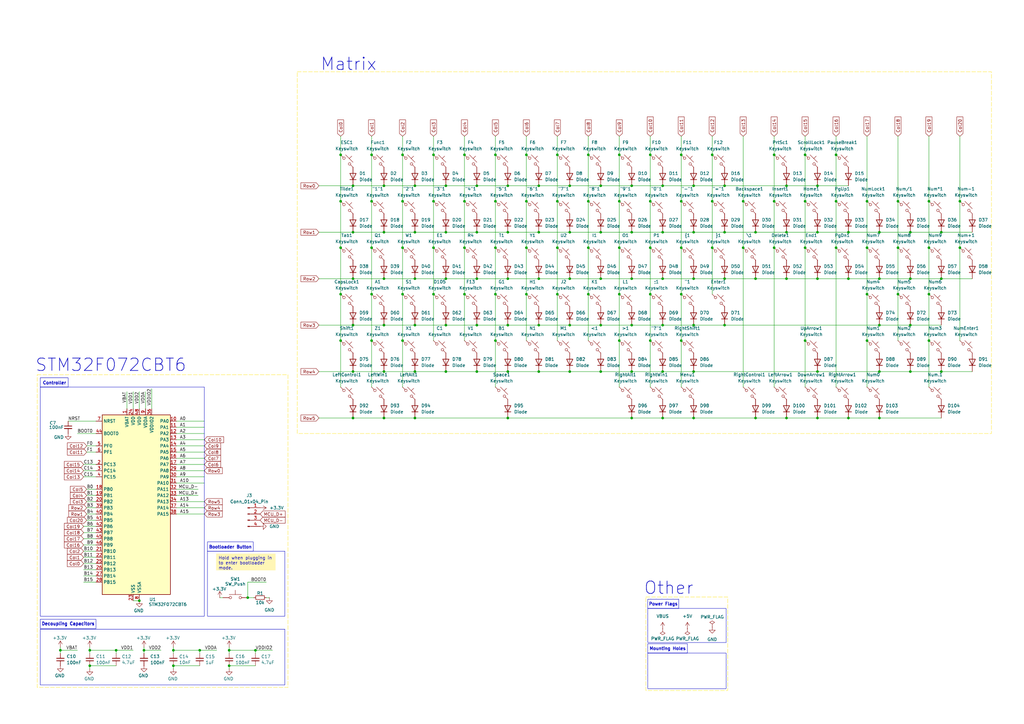
<source format=kicad_sch>
(kicad_sch (version 20231120) (generator "eeschema") (generator_version "8.0")
  (paper "A3")
  (title_block (rev "V1.0.0"))
  (junction (at 259.08 133.35))
  (junction (at 157.48 171.45))
  (junction (at 215.9 120.65))
  (junction (at 182.88 114.3))
  (junction (at 279.4 101.6))
  (junction (at 233.68 114.3))
  (junction (at 71.12 273.05))
  (junction (at 170.18 133.35))
  (junction (at 220.98 133.35))
  (junction (at 279.4 63.5))
  (junction (at 220.98 76.2))
  (junction (at 386.08 114.3))
  (junction (at 203.2 120.65))
  (junction (at 203.2 139.7))
  (junction (at 233.68 76.2))
  (junction (at 139.7 120.65))
  (junction (at 317.5 101.6))
  (junction (at 297.18 114.3))
  (junction (at 215.9 63.5))
  (junction (at 309.88 171.45))
  (junction (at 152.4 120.65))
  (junction (at 241.3 82.55))
  (junction (at 279.4 120.65))
  (junction (at 355.6 101.6))
  (junction (at 208.28 114.3))
  (junction (at 292.1 101.6))
  (junction (at 259.08 76.2))
  (junction (at 220.98 95.25))
  (junction (at 284.48 171.45))
  (junction (at 208.28 133.35))
  (junction (at 208.28 171.45))
  (junction (at 157.48 95.25))
  (junction (at 144.78 95.25))
  (junction (at 157.48 114.3))
  (junction (at 144.78 171.45))
  (junction (at 284.48 114.3))
  (junction (at 144.78 152.4))
  (junction (at 330.2 82.55))
  (junction (at 271.78 95.25))
  (junction (at 330.2 139.7))
  (junction (at 322.58 95.25))
  (junction (at 266.7 120.65))
  (junction (at 386.08 152.4))
  (junction (at 228.6 101.6))
  (junction (at 368.3 101.6))
  (junction (at 393.7 101.6))
  (junction (at 182.88 95.25))
  (junction (at 47.625 266.7))
  (junction (at 152.4 63.5))
  (junction (at 322.58 114.3))
  (junction (at 246.38 114.3))
  (junction (at 144.78 133.35))
  (junction (at 360.68 133.35))
  (junction (at 254 82.55))
  (junction (at 157.48 152.4))
  (junction (at 170.18 152.4))
  (junction (at 373.38 95.25))
  (junction (at 144.78 114.3))
  (junction (at 59.055 266.7))
  (junction (at 182.88 133.35))
  (junction (at 355.6 82.55))
  (junction (at 360.68 152.4))
  (junction (at 57.15 246.38))
  (junction (at 335.28 114.3))
  (junction (at 36.83 273.05))
  (junction (at 335.28 171.45))
  (junction (at 297.18 95.25))
  (junction (at 170.18 171.45))
  (junction (at 360.68 95.25))
  (junction (at 284.48 95.25))
  (junction (at 241.3 120.65))
  (junction (at 152.4 82.55))
  (junction (at 246.38 95.25))
  (junction (at 368.3 120.65))
  (junction (at 203.2 82.55))
  (junction (at 195.58 114.3))
  (junction (at 246.38 133.35))
  (junction (at 195.58 76.2))
  (junction (at 170.18 95.25))
  (junction (at 342.9 63.5))
  (junction (at 101.6 245.11))
  (junction (at 241.3 101.6))
  (junction (at 220.98 152.4))
  (junction (at 330.2 63.5))
  (junction (at 368.3 82.55))
  (junction (at 381 139.7))
  (junction (at 139.7 82.55))
  (junction (at 279.4 82.55))
  (junction (at 203.2 63.5))
  (junction (at 317.5 63.5))
  (junction (at 322.58 171.45))
  (junction (at 233.68 95.25))
  (junction (at 271.78 152.4))
  (junction (at 284.48 76.2))
  (junction (at 246.38 152.4))
  (junction (at 259.08 152.4))
  (junction (at 228.6 120.65))
  (junction (at 182.88 76.2))
  (junction (at 144.78 76.2))
  (junction (at 335.28 76.2))
  (junction (at 139.7 63.5))
  (junction (at 254 120.65))
  (junction (at 271.78 76.2))
  (junction (at 259.08 95.25))
  (junction (at 215.9 101.6))
  (junction (at 195.58 152.4))
  (junction (at 170.18 114.3))
  (junction (at 381 82.55))
  (junction (at 347.98 95.25))
  (junction (at 104.775 266.7))
  (junction (at 304.8 82.55))
  (junction (at 220.98 114.3))
  (junction (at 177.8 120.65))
  (junction (at 304.8 101.6))
  (junction (at 165.1 63.5))
  (junction (at 157.48 76.2))
  (junction (at 177.8 63.5))
  (junction (at 228.6 63.5))
  (junction (at 342.9 101.6))
  (junction (at 24.765 266.7))
  (junction (at 165.1 120.65))
  (junction (at 317.5 82.55))
  (junction (at 190.5 63.5))
  (junction (at 165.1 101.6))
  (junction (at 190.5 101.6))
  (junction (at 93.98 273.05))
  (junction (at 309.88 114.3))
  (junction (at 182.88 152.4))
  (junction (at 195.58 95.25))
  (junction (at 36.83 266.7))
  (junction (at 208.28 152.4))
  (junction (at 177.8 101.6))
  (junction (at 292.1 63.5))
  (junction (at 360.68 114.3))
  (junction (at 81.915 266.7))
  (junction (at 266.7 101.6))
  (junction (at 195.58 133.35))
  (junction (at 241.3 63.5))
  (junction (at 165.1 82.55))
  (junction (at 284.48 152.4))
  (junction (at 208.28 76.2))
  (junction (at 373.38 114.3))
  (junction (at 254 139.7))
  (junction (at 322.58 76.2))
  (junction (at 297.18 133.35))
  (junction (at 165.1 139.7))
  (junction (at 139.7 101.6))
  (junction (at 266.7 139.7))
  (junction (at 279.4 139.7))
  (junction (at 330.2 101.6))
  (junction (at 355.6 120.65))
  (junction (at 170.18 76.2))
  (junction (at 309.88 95.25))
  (junction (at 297.18 76.2))
  (junction (at 271.78 171.45))
  (junction (at 335.28 152.4))
  (junction (at 381 120.65))
  (junction (at 381 101.6))
  (junction (at 259.08 171.45))
  (junction (at 203.2 101.6))
  (junction (at 228.6 82.55))
  (junction (at 347.98 171.45))
  (junction (at 393.7 82.55))
  (junction (at 71.12 266.7))
  (junction (at 233.68 133.35))
  (junction (at 139.7 139.7))
  (junction (at 254 63.5))
  (junction (at 190.5 120.65))
  (junction (at 292.1 82.55))
  (junction (at 266.7 82.55))
  (junction (at 335.28 95.25))
  (junction (at 355.6 139.7))
  (junction (at 208.28 95.25))
  (junction (at 271.78 114.3))
  (junction (at 152.4 101.6))
  (junction (at 157.48 133.35))
  (junction (at 347.98 114.3))
  (junction (at 233.68 152.4))
  (junction (at 259.08 114.3))
  (junction (at 190.5 82.55))
  (junction (at 271.78 133.35))
  (junction (at 284.48 133.35))
  (junction (at 246.38 76.2))
  (junction (at 373.38 133.35))
  (junction (at 360.68 171.45))
  (junction (at 386.08 95.25))
  (junction (at 215.9 82.55))
  (junction (at 177.8 82.55))
  (junction (at 93.98 266.7))
  (junction (at 152.4 139.7))
  (junction (at 266.7 63.5))
  (junction (at 342.9 82.55))
  (junction (at 254 101.6))
  (junction (at 373.38 152.4))
  (wire (pts (xy 182.88 76.2) (xy 195.58 76.2)))
  (wire (pts (xy 292.1 63.5) (xy 292.1 82.55)))
  (wire (pts (xy 266.7 101.6) (xy 266.7 120.65)))
  (wire (pts (xy 190.5 82.55) (xy 190.5 101.6)))
  (wire (pts (xy 233.68 114.3) (xy 246.38 114.3)))
  (wire (pts (xy 34.29 231.14) (xy 39.37 231.14)))
  (wire (pts (xy 144.78 133.35) (xy 157.48 133.35)))
  (wire (pts (xy 34.29 238.76) (xy 39.37 238.76)))
  (wire (pts (xy 279.4 63.5) (xy 279.4 82.55)))
  (wire (pts (xy 259.08 95.25) (xy 271.78 95.25)))
  (wire (pts (xy 195.58 114.3) (xy 208.28 114.3)))
  (wire (pts (xy 195.58 95.25) (xy 208.28 95.25)))
  (wire (pts (xy 241.3 63.5) (xy 241.3 82.55)))
  (wire (pts (xy 246.38 114.3) (xy 259.08 114.3)))
  (wire (pts (xy 220.98 76.2) (xy 233.68 76.2)))
  (wire (pts (xy 71.12 266.7) (xy 71.12 267.97)))
  (wire (pts (xy 34.29 193.04) (xy 39.37 193.04)))
  (wire (pts (xy 190.5 101.6) (xy 190.5 120.65)))
  (wire (pts (xy 254 101.6) (xy 254 120.65)))
  (wire (pts (xy 203.2 55.88) (xy 203.2 63.5)))
  (wire (pts (xy 52.07 160.655) (xy 52.07 167.64)))
  (wire (pts (xy 317.5 101.6) (xy 317.5 158.75)))
  (wire (pts (xy 309.88 95.25) (xy 322.58 95.25)))
  (wire (pts (xy 322.58 76.2) (xy 335.28 76.2)))
  (wire (pts (xy 139.7 55.88) (xy 139.7 63.5)))
  (wire (pts (xy 27.94 172.72) (xy 39.37 172.72)))
  (wire (pts (xy 233.68 152.4) (xy 246.38 152.4)))
  (wire (pts (xy 342.9 101.6) (xy 342.9 158.75)))
  (wire (pts (xy 347.98 114.3) (xy 360.68 114.3)))
  (wire (pts (xy 83.82 193.04) (xy 72.39 193.04)))
  (wire (pts (xy 330.2 101.6) (xy 330.2 139.7)))
  (wire (pts (xy 182.88 152.4) (xy 195.58 152.4)))
  (wire (pts (xy 355.6 120.65) (xy 355.6 139.7)))
  (wire (pts (xy 157.48 114.3) (xy 170.18 114.3)))
  (wire (pts (xy 83.82 185.42) (xy 72.39 185.42)))
  (wire (pts (xy 195.58 133.35) (xy 208.28 133.35)))
  (wire (pts (xy 271.78 114.3) (xy 284.48 114.3)))
  (wire (pts (xy 165.1 55.88) (xy 165.1 63.5)))
  (wire (pts (xy 368.3 101.6) (xy 368.3 120.65)))
  (wire (pts (xy 24.765 266.7) (xy 24.765 267.97)))
  (wire (pts (xy 304.8 82.55) (xy 304.8 101.6)))
  (wire (pts (xy 381 101.6) (xy 381 120.65)))
  (wire (pts (xy 101.6 245.11) (xy 104.14 245.11)))
  (wire (pts (xy 165.1 101.6) (xy 165.1 120.65)))
  (wire (pts (xy 347.98 95.25) (xy 360.68 95.25)))
  (wire (pts (xy 368.3 55.88) (xy 368.3 82.55)))
  (wire (pts (xy 152.4 55.88) (xy 152.4 63.5)))
  (wire (pts (xy 381 55.88) (xy 381 82.55)))
  (wire (pts (xy 47.625 266.7) (xy 47.625 267.97)))
  (wire (pts (xy 317.5 82.55) (xy 317.5 101.6)))
  (wire (pts (xy 81.28 200.66) (xy 72.39 200.66)))
  (wire (pts (xy 24.765 265.43) (xy 24.765 266.7)))
  (wire (pts (xy 246.38 152.4) (xy 259.08 152.4)))
  (wire (pts (xy 220.98 114.3) (xy 233.68 114.3)))
  (wire (pts (xy 228.6 63.5) (xy 228.6 82.55)))
  (wire (pts (xy 208.28 76.2) (xy 220.98 76.2)))
  (wire (pts (xy 152.4 120.65) (xy 152.4 139.7)))
  (wire (pts (xy 157.48 152.4) (xy 170.18 152.4)))
  (wire (pts (xy 233.68 133.35) (xy 246.38 133.35)))
  (wire (pts (xy 157.48 133.35) (xy 170.18 133.35)))
  (wire (pts (xy 190.5 120.65) (xy 190.5 139.7)))
  (wire (pts (xy 381 139.7) (xy 381 158.75)))
  (wire (pts (xy 165.1 63.5) (xy 165.1 82.55)))
  (wire (pts (xy 292.1 101.6) (xy 292.1 120.65)))
  (wire (pts (xy 215.9 82.55) (xy 215.9 101.6)))
  (wire (pts (xy 347.98 171.45) (xy 360.68 171.45)))
  (wire (pts (xy 266.7 120.65) (xy 266.7 139.7)))
  (wire (pts (xy 83.82 195.58) (xy 72.39 195.58)))
  (wire (pts (xy 342.9 55.88) (xy 342.9 63.5)))
  (wire (pts (xy 254 120.65) (xy 254 139.7)))
  (wire (pts (xy 34.29 218.44) (xy 39.37 218.44)))
  (wire (pts (xy 373.38 152.4) (xy 386.08 152.4)))
  (wire (pts (xy 152.4 139.7) (xy 152.4 158.75)))
  (wire (pts (xy 241.3 82.55) (xy 241.3 101.6)))
  (wire (pts (xy 335.28 171.45) (xy 347.98 171.45)))
  (wire (pts (xy 292.1 55.88) (xy 292.1 63.5)))
  (wire (pts (xy 35.56 213.36) (xy 39.37 213.36)))
  (wire (pts (xy 165.1 139.7) (xy 165.1 158.75)))
  (wire (pts (xy 203.2 63.5) (xy 203.2 82.55)))
  (wire (pts (xy 130.81 95.25) (xy 144.78 95.25)))
  (wire (pts (xy 177.8 82.55) (xy 177.8 101.6)))
  (wire (pts (xy 93.98 273.05) (xy 104.775 273.05)))
  (wire (pts (xy 297.18 95.25) (xy 309.88 95.25)))
  (wire (pts (xy 36.83 273.05) (xy 47.625 273.05)))
  (wire (pts (xy 342.9 63.5) (xy 342.9 82.55)))
  (wire (pts (xy 83.82 210.82) (xy 72.39 210.82)))
  (wire (pts (xy 259.08 133.35) (xy 271.78 133.35)))
  (wire (pts (xy 355.6 55.88) (xy 355.6 82.55)))
  (wire (pts (xy 35.56 203.2) (xy 39.37 203.2)))
  (wire (pts (xy 215.9 55.88) (xy 215.9 63.5)))
  (wire (pts (xy 373.38 133.35) (xy 386.08 133.35)))
  (wire (pts (xy 182.88 114.3) (xy 195.58 114.3)))
  (wire (pts (xy 34.29 228.6) (xy 39.37 228.6)))
  (wire (pts (xy 83.82 180.34) (xy 72.39 180.34)))
  (wire (pts (xy 228.6 82.55) (xy 228.6 101.6)))
  (wire (pts (xy 152.4 82.55) (xy 152.4 101.6)))
  (wire (pts (xy 393.7 101.6) (xy 393.7 139.7)))
  (wire (pts (xy 259.08 171.45) (xy 271.78 171.45)))
  (wire (pts (xy 279.4 82.55) (xy 279.4 101.6)))
  (wire (pts (xy 139.7 82.55) (xy 139.7 101.6)))
  (wire (pts (xy 139.7 120.65) (xy 139.7 139.7)))
  (wire (pts (xy 254 139.7) (xy 254 158.75)))
  (wire (pts (xy 144.78 76.2) (xy 157.48 76.2)))
  (wire (pts (xy 35.56 182.88) (xy 39.37 182.88)))
  (wire (pts (xy 254 55.88) (xy 254 63.5)))
  (wire (pts (xy 271.78 95.25) (xy 284.48 95.25)))
  (wire (pts (xy 83.82 172.72) (xy 72.39 172.72)))
  (wire (pts (xy 177.8 101.6) (xy 177.8 120.65)))
  (wire (pts (xy 170.18 76.2) (xy 182.88 76.2)))
  (wire (pts (xy 139.7 63.5) (xy 139.7 82.55)))
  (wire (pts (xy 322.58 95.25) (xy 335.28 95.25)))
  (wire (pts (xy 66.04 266.7) (xy 59.055 266.7)))
  (wire (pts (xy 386.08 114.3) (xy 398.78 114.3)))
  (wire (pts (xy 284.48 114.3) (xy 297.18 114.3)))
  (wire (pts (xy 360.68 114.3) (xy 373.38 114.3)))
  (wire (pts (xy 360.68 95.25) (xy 373.38 95.25)))
  (wire (pts (xy 182.88 133.35) (xy 195.58 133.35)))
  (wire (pts (xy 170.18 95.25) (xy 182.88 95.25)))
  (wire (pts (xy 109.22 245.11) (xy 110.49 245.11)))
  (wire (pts (xy 355.6 139.7) (xy 355.6 158.75)))
  (wire (pts (xy 381 120.65) (xy 381 139.7)))
  (wire (pts (xy 104.775 266.7) (xy 111.76 266.7)))
  (wire (pts (xy 170.18 114.3) (xy 182.88 114.3)))
  (wire (pts (xy 271.78 152.4) (xy 284.48 152.4)))
  (wire (pts (xy 54.61 246.38) (xy 57.15 246.38)))
  (wire (pts (xy 259.08 76.2) (xy 271.78 76.2)))
  (wire (pts (xy 36.83 274.32) (xy 36.83 273.05)))
  (wire (pts (xy 215.9 101.6) (xy 215.9 120.65)))
  (wire (pts (xy 246.38 76.2) (xy 259.08 76.2)))
  (wire (pts (xy 59.69 160.655) (xy 59.69 167.64)))
  (wire (pts (xy 284.48 95.25) (xy 297.18 95.25)))
  (wire (pts (xy 62.23 159.385) (xy 62.23 167.64)))
  (wire (pts (xy 35.56 208.28) (xy 39.37 208.28)))
  (wire (pts (xy 215.9 63.5) (xy 215.9 82.55)))
  (wire (pts (xy 208.28 171.45) (xy 259.08 171.45)))
  (wire (pts (xy 373.38 114.3) (xy 386.08 114.3)))
  (wire (pts (xy 34.29 226.06) (xy 39.37 226.06)))
  (wire (pts (xy 279.4 101.6) (xy 279.4 120.65)))
  (wire (pts (xy 34.29 233.68) (xy 39.37 233.68)))
  (wire (pts (xy 93.98 265.43) (xy 93.98 266.7)))
  (wire (pts (xy 279.4 120.65) (xy 279.4 139.7)))
  (wire (pts (xy 220.98 133.35) (xy 233.68 133.35)))
  (wire (pts (xy 317.5 63.5) (xy 317.5 82.55)))
  (wire (pts (xy 241.3 101.6) (xy 241.3 120.65)))
  (wire (pts (xy 71.12 274.32) (xy 71.12 273.05)))
  (wire (pts (xy 241.3 120.65) (xy 241.3 139.7)))
  (wire (pts (xy 335.28 114.3) (xy 347.98 114.3)))
  (wire (pts (xy 35.56 205.74) (xy 39.37 205.74)))
  (wire (pts (xy 208.28 133.35) (xy 220.98 133.35)))
  (wire (pts (xy 144.78 152.4) (xy 157.48 152.4)))
  (wire (pts (xy 368.3 120.65) (xy 368.3 139.7)))
  (wire (pts (xy 83.82 175.26) (xy 72.39 175.26)))
  (wire (pts (xy 322.58 171.45) (xy 335.28 171.45)))
  (wire (pts (xy 386.08 95.25) (xy 398.78 95.25)))
  (wire (pts (xy 34.29 236.22) (xy 39.37 236.22)))
  (wire (pts (xy 297.18 76.2) (xy 322.58 76.2)))
  (wire (pts (xy 36.83 265.43) (xy 36.83 266.7)))
  (wire (pts (xy 368.3 82.55) (xy 368.3 101.6)))
  (wire (pts (xy 83.82 208.28) (xy 72.39 208.28)))
  (wire (pts (xy 228.6 101.6) (xy 228.6 120.65)))
  (wire (pts (xy 381 82.55) (xy 381 101.6)))
  (wire (pts (xy 266.7 139.7) (xy 266.7 158.75)))
  (wire (pts (xy 57.15 160.655) (xy 57.15 167.64)))
  (wire (pts (xy 93.98 266.7) (xy 93.98 267.97)))
  (wire (pts (xy 139.7 139.7) (xy 139.7 158.75)))
  (wire (pts (xy 144.78 114.3) (xy 157.48 114.3)))
  (wire (pts (xy 271.78 171.45) (xy 284.48 171.45)))
  (wire (pts (xy 157.48 95.25) (xy 170.18 95.25)))
  (wire (pts (xy 393.7 55.88) (xy 393.7 82.55)))
  (wire (pts (xy 157.48 76.2) (xy 170.18 76.2)))
  (wire (pts (xy 130.81 76.2) (xy 144.78 76.2)))
  (wire (pts (xy 101.6 238.76) (xy 101.6 245.11)))
  (wire (pts (xy 47.625 266.7) (xy 54.61 266.7)))
  (wire (pts (xy 284.48 152.4) (xy 335.28 152.4)))
  (wire (pts (xy 330.2 139.7) (xy 330.2 158.75)))
  (wire (pts (xy 165.1 120.65) (xy 165.1 139.7)))
  (wire (pts (xy 266.7 55.88) (xy 266.7 63.5)))
  (wire (pts (xy 271.78 76.2) (xy 284.48 76.2)))
  (wire (pts (xy 393.7 82.55) (xy 393.7 101.6)))
  (wire (pts (xy 233.68 95.25) (xy 246.38 95.25)))
  (wire (pts (xy 330.2 63.5) (xy 330.2 82.55)))
  (wire (pts (xy 81.28 203.2) (xy 72.39 203.2)))
  (wire (pts (xy 203.2 82.55) (xy 203.2 101.6)))
  (wire (pts (xy 144.78 171.45) (xy 157.48 171.45)))
  (wire (pts (xy 233.68 76.2) (xy 246.38 76.2)))
  (wire (pts (xy 59.055 266.7) (xy 59.055 267.97)))
  (wire (pts (xy 83.82 190.5) (xy 72.39 190.5)))
  (wire (pts (xy 342.9 82.55) (xy 342.9 101.6)))
  (wire (pts (xy 83.82 182.88) (xy 72.39 182.88)))
  (wire (pts (xy 35.56 185.42) (xy 39.37 185.42)))
  (wire (pts (xy 71.12 273.05) (xy 81.915 273.05)))
  (wire (pts (xy 317.5 55.88) (xy 317.5 63.5)))
  (wire (pts (xy 182.88 95.25) (xy 195.58 95.25)))
  (wire (pts (xy 34.29 195.58) (xy 39.37 195.58)))
  (wire (pts (xy 59.055 265.43) (xy 59.055 266.7)))
  (wire (pts (xy 144.78 95.25) (xy 157.48 95.25)))
  (wire (pts (xy 284.48 171.45) (xy 309.88 171.45)))
  (wire (pts (xy 83.82 177.8) (xy 72.39 177.8)))
  (wire (pts (xy 386.08 152.4) (xy 398.78 152.4)))
  (wire (pts (xy 259.08 114.3) (xy 271.78 114.3)))
  (wire (pts (xy 355.6 101.6) (xy 355.6 120.65)))
  (wire (pts (xy 220.98 152.4) (xy 233.68 152.4)))
  (wire (pts (xy 90.17 245.11) (xy 91.44 245.11)))
  (wire (pts (xy 304.8 101.6) (xy 304.8 158.75)))
  (wire (pts (xy 266.7 63.5) (xy 266.7 82.55)))
  (wire (pts (xy 93.98 274.32) (xy 93.98 273.05)))
  (wire (pts (xy 355.6 82.55) (xy 355.6 101.6)))
  (wire (pts (xy 177.8 63.5) (xy 177.8 82.55)))
  (wire (pts (xy 130.81 152.4) (xy 144.78 152.4)))
  (wire (pts (xy 71.12 265.43) (xy 71.12 266.7)))
  (wire (pts (xy 190.5 55.88) (xy 190.5 63.5)))
  (wire (pts (xy 165.1 82.55) (xy 165.1 101.6)))
  (wire (pts (xy 322.58 114.3) (xy 335.28 114.3)))
  (wire (pts (xy 157.48 171.45) (xy 170.18 171.45)))
  (wire (pts (xy 36.83 266.7) (xy 47.625 266.7)))
  (wire (pts (xy 254 63.5) (xy 254 82.55)))
  (wire (pts (xy 109.22 238.76) (xy 101.6 238.76)))
  (wire (pts (xy 373.38 95.25) (xy 386.08 95.25)))
  (wire (pts (xy 190.5 63.5) (xy 190.5 82.55)))
  (wire (pts (xy 246.38 95.25) (xy 259.08 95.25)))
  (wire (pts (xy 266.7 82.55) (xy 266.7 101.6)))
  (wire (pts (xy 292.1 82.55) (xy 292.1 101.6)))
  (wire (pts (xy 284.48 133.35) (xy 297.18 133.35)))
  (wire (pts (xy 309.88 114.3) (xy 322.58 114.3)))
  (wire (pts (xy 297.18 133.35) (xy 360.68 133.35)))
  (wire (pts (xy 34.29 223.52) (xy 39.37 223.52)))
  (wire (pts (xy 170.18 133.35) (xy 182.88 133.35)))
  (wire (pts (xy 170.18 152.4) (xy 182.88 152.4)))
  (wire (pts (xy 360.68 171.45) (xy 386.08 171.45)))
  (wire (pts (xy 330.2 55.88) (xy 330.2 63.5)))
  (wire (pts (xy 104.775 266.7) (xy 104.775 267.97)))
  (wire (pts (xy 259.08 152.4) (xy 271.78 152.4)))
  (wire (pts (xy 254 82.55) (xy 254 101.6)))
  (wire (pts (xy 177.8 55.88) (xy 177.8 63.5)))
  (wire (pts (xy 271.78 133.35) (xy 284.48 133.35)))
  (wire (pts (xy 81.915 266.7) (xy 81.915 267.97)))
  (wire (pts (xy 228.6 55.88) (xy 228.6 63.5)))
  (wire (pts (xy 35.56 210.82) (xy 39.37 210.82)))
  (wire (pts (xy 330.2 82.55) (xy 330.2 101.6)))
  (wire (pts (xy 36.83 266.7) (xy 36.83 267.97)))
  (wire (pts (xy 284.48 76.2) (xy 297.18 76.2)))
  (wire (pts (xy 31.75 266.7) (xy 24.765 266.7)))
  (wire (pts (xy 360.68 133.35) (xy 373.38 133.35)))
  (wire (pts (xy 335.28 152.4) (xy 360.68 152.4)))
  (wire (pts (xy 279.4 55.88) (xy 279.4 63.5)))
  (wire (pts (xy 203.2 139.7) (xy 203.2 158.75)))
  (wire (pts (xy 130.81 133.35) (xy 144.78 133.35)))
  (wire (pts (xy 335.28 76.2) (xy 347.98 76.2)))
  (wire (pts (xy 195.58 76.2) (xy 208.28 76.2)))
  (wire (pts (xy 208.28 95.25) (xy 220.98 95.25)))
  (wire (pts (xy 54.61 160.655) (xy 54.61 167.64)))
  (wire (pts (xy 208.28 152.4) (xy 220.98 152.4)))
  (wire (pts (xy 309.88 171.45) (xy 322.58 171.45)))
  (wire (pts (xy 71.12 266.7) (xy 81.915 266.7)))
  (wire (pts (xy 81.915 266.7) (xy 88.9 266.7)))
  (wire (pts (xy 170.18 171.45) (xy 208.28 171.45)))
  (wire (pts (xy 203.2 101.6) (xy 203.2 120.65)))
  (wire (pts (xy 360.68 152.4) (xy 373.38 152.4)))
  (wire (pts (xy 83.82 198.12) (xy 72.39 198.12)))
  (wire (pts (xy 83.82 205.74) (xy 72.39 205.74)))
  (wire (pts (xy 34.29 220.98) (xy 39.37 220.98)))
  (wire (pts (xy 297.18 114.3) (xy 309.88 114.3)))
  (wire (pts (xy 83.82 187.96) (xy 72.39 187.96)))
  (wire (pts (xy 177.8 120.65) (xy 177.8 139.7)))
  (wire (pts (xy 152.4 63.5) (xy 152.4 82.55)))
  (wire (pts (xy 31.75 177.8) (xy 39.37 177.8)))
  (wire (pts (xy 246.38 133.35) (xy 259.08 133.35)))
  (wire (pts (xy 152.4 101.6) (xy 152.4 120.65)))
  (wire (pts (xy 34.29 190.5) (xy 39.37 190.5)))
  (wire (pts (xy 195.58 152.4) (xy 208.28 152.4)))
  (wire (pts (xy 228.6 120.65) (xy 228.6 139.7)))
  (wire (pts (xy 215.9 120.65) (xy 215.9 139.7)))
  (wire (pts (xy 130.81 171.45) (xy 144.78 171.45)))
  (wire (pts (xy 130.81 114.3) (xy 144.78 114.3)))
  (wire (pts (xy 220.98 95.25) (xy 233.68 95.25)))
  (wire (pts (xy 304.8 55.88) (xy 304.8 82.55)))
  (wire (pts (xy 203.2 120.65) (xy 203.2 139.7)))
  (wire (pts (xy 35.56 200.66) (xy 39.37 200.66)))
  (wire (pts (xy 139.7 101.6) (xy 139.7 120.65)))
  (wire (pts (xy 279.4 139.7) (xy 279.4 158.75)))
  (wire (pts (xy 93.98 266.7) (xy 104.775 266.7)))
  (wire (pts (xy 208.28 114.3) (xy 220.98 114.3)))
  (wire (pts (xy 34.29 215.9) (xy 39.37 215.9)))
  (wire (pts (xy 241.3 55.88) (xy 241.3 63.5)))
  (wire (pts (xy 335.28 95.25) (xy 347.98 95.25)))
  (rectangle (start 16.51 258.064) (end 116.84 280.924))
  (rectangle (start 265.684 264.033) (end 281.94 267.843))
  (rectangle (start 15.24 153.67) (end 118.11 281.94) (stroke (width 0) (type dash) (color 255 229 36 1)))
  (rectangle (start 16.51 154.94) (end 27.94 158.75))
  (rectangle (start 265.684 245.745) (end 278.384 249.555))
  (rectangle (start 85.09 222.25) (end 103.886 226.06))
  (rectangle (start 265.684 267.843) (end 297.815 282.448))
  (rectangle (start 264.922 244.856) (end 298.45 283.21) (stroke (width 0) (type dash) (color 255 229 36 1)))
  (rectangle (start 85.09 226.06) (end 116.84 252.73))
  (rectangle (start 121.92 29.464) (end 406.654 177.8) (stroke (width 0) (type dash) (color 255 229 36 1)))
  (rectangle (start 16.51 158.75) (end 83.82 252.73))
  (rectangle (start 265.684 249.555) (end 297.815 263.525))
  (rectangle (start 16.51 254) (end 39.37 257.81))
  (text_box "Hold when plugging in to enter bootloader mode." (at 88.646 227.076 0) (size 24.384 6.858) (stroke (width -0.0001)) (fill (type color) (color 255 229 36 0.33)) (effects (font (size 1.27 1.27)) (justify left top)))
  (text "STM32F072CBT6" (at 45.466 149.86 0) (effects (font (size 5.08 5.08) (thickness 0.254) (bold yes))))
  (text "Mounting Holes" (at 273.812 266.192 0) (effects (font (size 1.27 1.27) (thickness 0.254) (bold yes))))
  (text "Decoupling Capacitors" (at 27.94 256.032 0) (effects (font (size 1.27 1.27) (thickness 0.254) (bold yes))))
  (text "Controller\n" (at 22.352 157.226 0) (effects (font (size 1.27 1.27) (thickness 0.254) (bold yes))))
  (text "Power Flags" (at 272.034 247.904 0) (effects (font (size 1.27 1.27) (thickness 0.254) (bold yes))))
  (text "Other" (at 274.32 241.3 0) (effects (font (size 5.08 5.08) (thickness 0.254) (bold yes))))
  (text "Bootloader Button" (at 94.488 224.536 0) (effects (font (size 1.27 1.27) (thickness 0.254) (bold yes))))
  (text "Matrix" (at 143.002 26.416 0) (effects (font (size 5.08 5.08) (thickness 0.254) (bold yes))))
  (label "A7" (at 76.2 190.5 180))
  (label "A6" (at 76.2 187.96 180))
  (label "A10" (at 77.47 198.12 180))
  (label "B0" (at 35.56 200.66 0))
  (label "B6" (at 35.56 215.9 0))
  (label "MCU_D-" (at 81.28 200.66 180))
  (label "A3" (at 76.2 180.34 180))
  (label "B7" (at 35.56 218.44 0))
  (label "A15" (at 77.47 210.82 180))
  (label "VBAT" (at 31.75 266.7 180))
  (label "A5" (at 76.2 185.42 180))
  (label "B5" (at 35.56 213.36 0))
  (label "B1" (at 35.56 203.2 0))
  (label "B9" (at 35.56 223.52 0))
  (label "VDDIO2" (at 62.23 159.385 270))
  (label "B11" (at 34.29 228.6 0))
  (label "B4" (at 35.56 210.82 0))
  (label "MCU_D+" (at 81.28 203.2 180))
  (label "A14" (at 77.47 208.28 180))
  (label "NRST" (at 27.94 172.72 0))
  (label "VDDIO2" (at 111.76 266.7 180))
  (label "VDD2" (at 57.15 160.655 270))
  (label "A2" (at 76.2 177.8 180))
  (label "VDDA" (at 59.69 160.655 270))
  (label "F0" (at 35.56 182.88 0))
  (label "BOOT0" (at 109.22 238.76 180))
  (label "B15" (at 34.29 238.76 0))
  (label "F1" (at 35.56 185.42 0))
  (label "A13" (at 77.47 205.74 180))
  (label "B12" (at 34.29 231.14 0))
  (label "A9" (at 76.2 195.58 180))
  (label "A8" (at 76.2 193.04 180))
  (label "C13" (at 34.29 190.5 0))
  (label "B8" (at 35.56 220.98 0))
  (label "BOOT0" (at 31.75 177.8 0))
  (label "A1" (at 76.2 175.26 180))
  (label "B2" (at 35.56 205.74 0))
  (label "C15" (at 34.29 195.58 0))
  (label "B13" (at 34.29 233.68 0))
  (label "VDD1" (at 54.61 160.655 270))
  (label "VDDA" (at 88.9 266.7 180))
  (label "VDD2" (at 66.04 266.7 180))
  (label "B3" (at 35.56 208.28 0))
  (label "B10" (at 34.29 226.06 0))
  (label "VBAT" (at 52.07 160.655 270))
  (label "A0" (at 76.2 172.72 180))
  (label "B14" (at 34.29 236.22 0))
  (label "A4" (at 76.2 182.88 180))
  (label "VDD1" (at 54.61 266.7 180))
  (label "C14" (at 34.29 193.04 0))
  (global_label "Col5" (shape input) (at 203.2 55.88 90) (property "Intersheetrefs" "${INTERSHEET_REFS}" (effects (hide yes))))
  (global_label "Row2" (shape input) (at 35.56 208.28 180) (property "Intersheetrefs" "${INTERSHEET_REFS}" (effects (hide yes))))
  (global_label "Col11" (shape input) (at 35.56 185.42 180) (property "Intersheetrefs" "${INTERSHEET_REFS}" (effects (hide yes))))
  (global_label "Row2" (shape input) (at 130.81 114.3 180) (property "Intersheetrefs" "${INTERSHEET_REFS}" (effects (hide yes))))
  (global_label "Col12" (shape input) (at 35.56 182.88 180) (property "Intersheetrefs" "${INTERSHEET_REFS}" (effects (hide yes))))
  (global_label "Row3" (shape input) (at 130.81 133.35 180) (property "Intersheetrefs" "${INTERSHEET_REFS}" (effects (hide yes))))
  (global_label "Col15" (shape input) (at 330.2 55.88 90) (property "Intersheetrefs" "${INTERSHEET_REFS}" (effects (hide yes))))
  (global_label "Col17" (shape input) (at 34.29 220.98 180) (property "Intersheetrefs" "${INTERSHEET_REFS}" (effects (hide yes))))
  (global_label "Col2" (shape input) (at 165.1 55.88 90) (property "Intersheetrefs" "${INTERSHEET_REFS}" (effects (hide yes))))
  (global_label "Col15" (shape input) (at 34.29 190.5 180) (property "Intersheetrefs" "${INTERSHEET_REFS}" (effects (hide yes))))
  (global_label "Row4" (shape input) (at 83.82 208.28 0) (property "Intersheetrefs" "${INTERSHEET_REFS}" (effects (hide yes))))
  (global_label "Col13" (shape input) (at 304.8 55.88 90) (property "Intersheetrefs" "${INTERSHEET_REFS}" (effects (hide yes))))
  (global_label "Row3" (shape input) (at 83.82 210.82 0) (property "Intersheetrefs" "${INTERSHEET_REFS}" (effects (hide yes))))
  (global_label "Col19" (shape input) (at 381 55.88 90) (property "Intersheetrefs" "${INTERSHEET_REFS}" (effects (hide yes))))
  (global_label "Col5" (shape input) (at 35.56 200.66 180) (property "Intersheetrefs" "${INTERSHEET_REFS}" (effects (hide yes))))
  (global_label "MCU_D+" (shape input) (at 106.68 210.82 0) (property "Intersheetrefs" "${INTERSHEET_REFS}" (effects (hide yes))))
  (global_label "Row4" (shape input) (at 130.81 152.4 180) (property "Intersheetrefs" "${INTERSHEET_REFS}" (effects (hide yes))))
  (global_label "Row1" (shape input) (at 130.81 95.25 180) (property "Intersheetrefs" "${INTERSHEET_REFS}" (effects (hide yes))))
  (global_label "Col7" (shape input) (at 83.82 187.96 0) (property "Intersheetrefs" "${INTERSHEET_REFS}" (effects (hide yes))))
  (global_label "Col1" (shape input) (at 34.29 228.6 180) (property "Intersheetrefs" "${INTERSHEET_REFS}" (effects (hide yes))))
  (global_label "Col8" (shape input) (at 83.82 185.42 0) (property "Intersheetrefs" "${INTERSHEET_REFS}" (effects (hide yes))))
  (global_label "Col8" (shape input) (at 241.3 55.88 90) (property "Intersheetrefs" "${INTERSHEET_REFS}" (effects (hide yes))))
  (global_label "Col19" (shape input) (at 34.29 215.9 180) (property "Intersheetrefs" "${INTERSHEET_REFS}" (effects (hide yes))))
  (global_label "Col16" (shape input) (at 342.9 55.88 90) (property "Intersheetrefs" "${INTERSHEET_REFS}" (effects (hide yes))))
  (global_label "Col3" (shape input) (at 35.56 205.74 180) (property "Intersheetrefs" "${INTERSHEET_REFS}" (effects (hide yes))))
  (global_label "Col4" (shape input) (at 190.5 55.88 90) (property "Intersheetrefs" "${INTERSHEET_REFS}" (effects (hide yes))))
  (global_label "Col17" (shape input) (at 355.6 55.88 90) (property "Intersheetrefs" "${INTERSHEET_REFS}" (effects (hide yes))))
  (global_label "Row0" (shape input) (at 83.82 193.04 0) (property "Intersheetrefs" "${INTERSHEET_REFS}" (effects (hide yes))))
  (global_label "Col10" (shape input) (at 266.7 55.88 90) (property "Intersheetrefs" "${INTERSHEET_REFS}" (effects (hide yes))))
  (global_label "Col11" (shape input) (at 279.4 55.88 90) (property "Intersheetrefs" "${INTERSHEET_REFS}" (effects (hide yes))))
  (global_label "Col3" (shape input) (at 177.8 55.88 90) (property "Intersheetrefs" "${INTERSHEET_REFS}" (effects (hide yes))))
  (global_label "Col20" (shape input) (at 35.56 213.36 180) (property "Intersheetrefs" "${INTERSHEET_REFS}" (effects (hide yes))))
  (global_label "Row1" (shape input) (at 35.56 210.82 180) (property "Intersheetrefs" "${INTERSHEET_REFS}" (effects (hide yes))))
  (global_label "Row0" (shape input) (at 130.81 76.2 180) (property "Intersheetrefs" "${INTERSHEET_REFS}" (effects (hide yes))))
  (global_label "Col0" (shape input) (at 34.29 231.14 180) (property "Intersheetrefs" "${INTERSHEET_REFS}" (effects (hide yes))))
  (global_label "Col9" (shape input) (at 254 55.88 90) (property "Intersheetrefs" "${INTERSHEET_REFS}" (effects (hide yes))))
  (global_label "Col2" (shape input) (at 34.29 226.06 180) (property "Intersheetrefs" "${INTERSHEET_REFS}" (effects (hide yes))))
  (global_label "Row5" (shape input) (at 83.82 205.74 0) (property "Intersheetrefs" "${INTERSHEET_REFS}" (effects (hide yes))))
  (global_label "Col12" (shape input) (at 292.1 55.88 90) (property "Intersheetrefs" "${INTERSHEET_REFS}" (effects (hide yes))))
  (global_label "Col16" (shape input) (at 34.29 223.52 180) (property "Intersheetrefs" "${INTERSHEET_REFS}" (effects (hide yes))))
  (global_label "Col18" (shape input) (at 368.3 55.88 90) (property "Intersheetrefs" "${INTERSHEET_REFS}" (effects (hide yes))))
  (global_label "Col1" (shape input) (at 152.4 55.88 90) (property "Intersheetrefs" "${INTERSHEET_REFS}" (effects (hide yes))))
  (global_label "Col9" (shape input) (at 83.82 182.88 0) (property "Intersheetrefs" "${INTERSHEET_REFS}" (effects (hide yes))))
  (global_label "Col14" (shape input) (at 34.29 193.04 180) (property "Intersheetrefs" "${INTERSHEET_REFS}" (effects (hide yes))))
  (global_label "Col4" (shape input) (at 35.56 203.2 180) (property "Intersheetrefs" "${INTERSHEET_REFS}" (effects (hide yes))))
  (global_label "Row5" (shape input) (at 130.81 171.45 180) (property "Intersheetrefs" "${INTERSHEET_REFS}" (effects (hide yes))))
  (global_label "Col14" (shape input) (at 317.5 55.88 90) (property "Intersheetrefs" "${INTERSHEET_REFS}" (effects (hide yes))))
  (global_label "Col20" (shape input) (at 393.7 55.88 90) (property "Intersheetrefs" "${INTERSHEET_REFS}" (effects (hide yes))))
  (global_label "Col18" (shape input) (at 34.29 218.44 180) (property "Intersheetrefs" "${INTERSHEET_REFS}" (effects (hide yes))))
  (global_label "Col6" (shape input) (at 215.9 55.88 90) (property "Intersheetrefs" "${INTERSHEET_REFS}" (effects (hide yes))))
  (global_label "Col6" (shape input) (at 83.82 190.5 0) (property "Intersheetrefs" "${INTERSHEET_REFS}" (effects (hide yes))))
  (global_label "Col0" (shape input) (at 139.7 55.88 90) (property "Intersheetrefs" "${INTERSHEET_REFS}" (effects (hide yes))))
  (global_label "Col13" (shape input) (at 34.29 195.58 180) (property "Intersheetrefs" "${INTERSHEET_REFS}" (effects (hide yes))))
  (global_label "MCU_D-" (shape input) (at 106.68 213.36 0) (property "Intersheetrefs" "${INTERSHEET_REFS}" (effects (hide yes))))
  (global_label "Col7" (shape input) (at 228.6 55.88 90) (property "Intersheetrefs" "${INTERSHEET_REFS}" (effects (hide yes))))
  (global_label "Col10" (shape input) (at 83.82 180.34 0) (property "Intersheetrefs" "${INTERSHEET_REFS}" (effects (hide yes))))
  (symbol (lib_id "ScottoKeebs:Placeholder_Diode") (at 208.28 167.64 90) (unit 1)
    (property "Reference" "D95" (at 210.82 166.3699 90) (effects (justify right)))
    (property "Value" "Diode" (at 210.82 168.9099 90) (effects (justify right)))
    (property "Footprint" "ScottoKeebs_Components:Diode_SOD-123" (effects (hide yes)))
    (property "Description" "1N4148 (DO-35) or 1N4148W (SOD-123)" (effects (hide yes)))
    (property "Sim.Device" "D" (effects (hide yes)))
    (property "Sim.Pins" "1=K 2=A" (effects (hide yes)))
  )
  (symbol (lib_id "ScottoKeebs:Placeholder_Keyswitch") (at 154.94 104.14 0) (unit 1)
    (property "Reference" "Q1" (at 154.94 96.52 0))
    (property "Value" "Keyswitch" (at 154.94 99.06 0))
    (property "Footprint" "ScottoKeebs_Hotswap:Hotswap_MX_1.00u" (effects (hide yes)))
    (property "Description" "Push button switch, normally open, two pins, 45° tilted" (effects (hide yes)))
  )
  (symbol (lib_id "ScottoKeebs:Placeholder_Keyswitch") (at 281.94 123.19 0) (unit 1)
    (property "Reference" "\"1" (at 281.94 115.57 0))
    (property "Value" "Keyswitch" (at 281.94 118.11 0))
    (property "Footprint" "ScottoKeebs_Hotswap:Hotswap_MX_1.00u" (effects (hide yes)))
    (property "Description" "Push button switch, normally open, two pins, 45° tilted" (effects (hide yes)))
  )
  (symbol (lib_id "ScottoKeebs:Placeholder_Keyswitch") (at 370.84 123.19 0) (unit 1)
    (property "Reference" "Num5" (at 370.84 115.57 0))
    (property "Value" "Keyswitch" (at 370.84 118.11 0))
    (property "Footprint" "ScottoKeebs_Hotswap:Hotswap_MX_1.00u" (effects (hide yes)))
    (property "Description" "Push button switch, normally open, two pins, 45° tilted" (effects (hide yes)))
  )
  (symbol (lib_id "ScottoKeebs:Placeholder_Keyswitch") (at 205.74 104.14 0) (unit 1)
    (property "Reference" "T1" (at 205.74 96.52 0))
    (property "Value" "Keyswitch" (at 205.74 99.06 0))
    (property "Footprint" "ScottoKeebs_Hotswap:Hotswap_MX_1.00u" (effects (hide yes)))
    (property "Description" "Push button switch, normally open, two pins, 45° tilted" (effects (hide yes)))
  )
  (symbol (lib_id "ScottoKeebs:Placeholder_Diode") (at 347.98 91.44 90) (unit 1)
    (property "Reference" "D33" (at 350.52 90.1699 90) (effects (justify right)))
    (property "Value" "Diode" (at 350.52 92.7099 90) (effects (justify right)))
    (property "Footprint" "ScottoKeebs_Components:Diode_SOD-123" (effects (hide yes)))
    (property "Description" "1N4148 (DO-35) or 1N4148W (SOD-123)" (effects (hide yes)))
    (property "Sim.Device" "D" (effects (hide yes)))
    (property "Sim.Pins" "1=K 2=A" (effects (hide yes)))
  )
  (symbol (lib_id "ScottoKeebs:Placeholder_Diode") (at 284.48 167.64 90) (unit 1)
    (property "Reference" "D98" (at 287.02 166.3699 90) (effects (justify right)))
    (property "Value" "Diode" (at 287.02 168.9099 90) (effects (justify right)))
    (property "Footprint" "ScottoKeebs_Components:Diode_SOD-123" (effects (hide yes)))
    (property "Description" "1N4148 (DO-35) or 1N4148W (SOD-123)" (effects (hide yes)))
    (property "Sim.Device" "D" (effects (hide yes)))
    (property "Sim.Pins" "1=K 2=A" (effects (hide yes)))
  )
  (symbol (lib_id "ScottoKeebs:Placeholder_Keyswitch") (at 396.24 142.24 0) (unit 1)
    (property "Reference" "NumEnter1" (at 396.24 134.62 0))
    (property "Value" "Keyswitch" (at 396.24 137.16 0))
    (property "Footprint" "ScottoKeebs_Hotswap:Hotswap_MX_2.00u_90deg" (effects (hide yes)))
    (property "Description" "Push button switch, normally open, two pins, 45° tilted" (effects (hide yes)))
  )
  (symbol (lib_id "ScottoKeebs:Placeholder_Diode") (at 233.68 72.39 90) (unit 1)
    (property "Reference" "D8" (at 236.22 71.1199 90) (effects (justify right)))
    (property "Value" "Diode" (at 236.22 73.6599 90) (effects (justify right)))
    (property "Footprint" "ScottoKeebs_Components:Diode_SOD-123" (effects (hide yes)))
    (property "Description" "1N4148 (DO-35) or 1N4148W (SOD-123)" (effects (hide yes)))
    (property "Sim.Device" "D" (effects (hide yes)))
    (property "Sim.Pins" "1=K 2=A" (effects (hide yes)))
  )
  (symbol (lib_id "power:+3.3V") (at 93.98 265.43 0) (unit 1)
    (property "Reference" "#PWR024" (effects (hide yes)))
    (property "Value" "+3.3V" (at 93.726 261.62 0))
    (property "Description" "Power symbol creates a global label with name \"+3.3V\"" (effects (hide yes)))
  )
  (symbol (lib_id "power:+3.3V") (at 90.17 245.11 0) (unit 1)
    (property "Reference" "#PWR06" (effects (hide yes)))
    (property "Value" "+3.3V" (at 89.916 241.554 0))
    (property "Description" "Power symbol creates a global label with name \"+3.3V\"" (effects (hide yes)))
  )
  (symbol (lib_id "ScottoKeebs:Placeholder_Keyswitch") (at 167.64 104.14 0) (unit 1)
    (property "Reference" "W1" (at 167.64 96.52 0))
    (property "Value" "Keyswitch" (at 167.64 99.06 0))
    (property "Footprint" "ScottoKeebs_Hotswap:Hotswap_MX_1.00u" (effects (hide yes)))
    (property "Description" "Push button switch, normally open, two pins, 45° tilted" (effects (hide yes)))
  )
  (symbol (lib_id "ScottoKeebs:Placeholder_Keyswitch") (at 294.64 104.14 0) (unit 1)
    (property "Reference" "}1" (at 294.64 96.52 0))
    (property "Value" "Keyswitch" (at 294.64 99.06 0))
    (property "Footprint" "ScottoKeebs_Hotswap:Hotswap_MX_1.00u" (effects (hide yes)))
    (property "Description" "Push button switch, normally open, two pins, 45° tilted" (effects (hide yes)))
  )
  (symbol (lib_id "ScottoKeebs:Placeholder_Keyswitch") (at 269.24 123.19 0) (unit 1)
    (property "Reference" ";1" (at 269.24 115.57 0))
    (property "Value" "Keyswitch" (at 269.24 118.11 0))
    (property "Footprint" "ScottoKeebs_Hotswap:Hotswap_MX_1.00u" (effects (hide yes)))
    (property "Description" "Push button switch, normally open, two pins, 45° tilted" (effects (hide yes)))
  )
  (symbol (lib_id "ScottoKeebs:Placeholder_Diode") (at 259.08 72.39 90) (unit 1)
    (property "Reference" "D10" (at 261.62 71.1199 90) (effects (justify right)))
    (property "Value" "Diode" (at 261.62 73.6599 90) (effects (justify right)))
    (property "Footprint" "ScottoKeebs_Components:Diode_SOD-123" (effects (hide yes)))
    (property "Description" "1N4148 (DO-35) or 1N4148W (SOD-123)" (effects (hide yes)))
    (property "Sim.Device" "D" (effects (hide yes)))
    (property "Sim.Pins" "1=K 2=A" (effects (hide yes)))
  )
  (symbol (lib_id "ScottoKeebs:Placeholder_Keyswitch") (at 167.64 123.19 0) (unit 1)
    (property "Reference" "S1" (at 167.64 115.57 0))
    (property "Value" "Keyswitch" (at 167.64 118.11 0))
    (property "Footprint" "ScottoKeebs_Hotswap:Hotswap_MX_1.00u" (effects (hide yes)))
    (property "Description" "Push button switch, normally open, two pins, 45° tilted" (effects (hide yes)))
  )
  (symbol (lib_id "MCU_ST_STM32F0:STM32F072CBTx") (at 54.61 208.28 0) (unit 1)
    (property "Reference" "U1" (at 61.214 245.872 0) (effects (justify left)))
    (property "Value" "STM32F072CBT6" (at 60.96 247.904 0) (effects (justify left)))
    (property "Footprint" "ScottoKeebs_Components:Package_LQFP-48_7x7mm_P0.5" (effects (hide yes)))
    (property "Datasheet" "https://www.st.com/resource/en/datasheet/stm32f072cb.pdf" (effects (hide yes)))
    (property "Description" "STMicroelectronics Arm Cortex-M0 MCU, 128KB flash, 16KB RAM, 48 MHz, 2.0-3.6V, 37 GPIO, LQFP48" (effects (hide yes)))
    (property "LCSC" "C81720" (effects (hide yes)))
    (property "JlcRotOffset" "-90" (effects (hide yes)))
  )
  (symbol (lib_id "ScottoKeebs:Placeholder_Diode") (at 335.28 167.64 90) (unit 1)
    (property "Reference" "D101" (at 337.82 166.3699 90) (effects (justify right)))
    (property "Value" "Diode" (at 337.82 168.9099 90) (effects (justify right)))
    (property "Footprint" "ScottoKeebs_Components:Diode_SOD-123" (effects (hide yes)))
    (property "Description" "1N4148 (DO-35) or 1N4148W (SOD-123)" (effects (hide yes)))
    (property "Sim.Device" "D" (effects (hide yes)))
    (property "Sim.Pins" "1=K 2=A" (effects (hide yes)))
  )
  (symbol (lib_id "ScottoKeebs:Placeholder_Keyswitch") (at 307.34 104.14 0) (unit 1)
    (property "Reference" "\\1" (at 307.34 96.52 0))
    (property "Value" "Keyswitch" (at 307.34 99.06 0))
    (property "Footprint" "ScottoKeebs_Hotswap:Hotswap_MX_1.50u" (effects (hide yes)))
    (property "Description" "Push button switch, normally open, two pins, 45° tilted" (effects (hide yes)))
  )
  (symbol (lib_id "ScottoKeebs:Placeholder_Keyswitch") (at 370.84 85.09 0) (unit 1)
    (property "Reference" "Num/1" (at 370.84 77.47 0))
    (property "Value" "Keyswitch" (at 370.84 80.01 0))
    (property "Footprint" "ScottoKeebs_Hotswap:Hotswap_MX_1.00u" (effects (hide yes)))
    (property "Description" "Push button switch, normally open, two pins, 45° tilted" (effects (hide yes)))
  )
  (symbol (lib_id "ScottoKeebs:Placeholder_Keyswitch") (at 193.04 142.24 0) (unit 1)
    (property "Reference" "V1" (at 193.04 134.62 0))
    (property "Value" "Keyswitch" (at 193.04 137.16 0))
    (property "Footprint" "ScottoKeebs_Hotswap:Hotswap_MX_1.00u" (effects (hide yes)))
    (property "Description" "Push button switch, normally open, two pins, 45° tilted" (effects (hide yes)))
  )
  (symbol (lib_id "ScottoKeebs:Placeholder_Keyswitch") (at 383.54 85.09 0) (unit 1)
    (property "Reference" "Num*1" (at 383.54 77.47 0))
    (property "Value" "Keyswitch" (at 383.54 80.01 0))
    (property "Footprint" "ScottoKeebs_Hotswap:Hotswap_MX_1.00u" (effects (hide yes)))
    (property "Description" "Push button switch, normally open, two pins, 45° tilted" (effects (hide yes)))
  )
  (symbol (lib_id "ScottoKeebs:Placeholder_Diode") (at 208.28 72.39 90) (unit 1)
    (property "Reference" "D6" (at 210.82 71.1199 90) (effects (justify right)))
    (property "Value" "Diode" (at 210.82 73.6599 90) (effects (justify right)))
    (property "Footprint" "ScottoKeebs_Components:Diode_SOD-123" (effects (hide yes)))
    (property "Description" "1N4148 (DO-35) or 1N4148W (SOD-123)" (effects (hide yes)))
    (property "Sim.Device" "D" (effects (hide yes)))
    (property "Sim.Pins" "1=K 2=A" (effects (hide yes)))
  )
  (symbol (lib_id "ScottoKeebs:Placeholder_Diode") (at 284.48 91.44 90) (unit 1)
    (property "Reference" "D28" (at 287.02 90.1699 90) (effects (justify right)))
    (property "Value" "Diode" (at 287.02 92.7099 90) (effects (justify right)))
    (property "Footprint" "ScottoKeebs_Components:Diode_SOD-123" (effects (hide yes)))
    (property "Description" "1N4148 (DO-35) or 1N4148W (SOD-123)" (effects (hide yes)))
    (property "Sim.Device" "D" (effects (hide yes)))
    (property "Sim.Pins" "1=K 2=A" (effects (hide yes)))
  )
  (symbol (lib_id "power:GND") (at 57.15 246.38 0) (unit 1)
    (property "Reference" "#PWR02" (effects (hide yes)))
    (property "Value" "GND" (at 56.896 250.444 0))
    (property "Description" "Power symbol creates a global label with name \"GND\" , ground" (effects (hide yes)))
  )
  (symbol (lib_id "ScottoKeebs:Placeholder_Keyswitch") (at 167.64 66.04 0) (unit 1)
    (property "Reference" "F2" (at 167.64 58.42 0))
    (property "Value" "Keyswitch" (at 167.64 60.96 0))
    (property "Footprint" "ScottoKeebs_Hotswap:Hotswap_MX_1.00u" (effects (hide yes)))
    (property "Description" "Push button switch, normally open, two pins, 45° tilted" (effects (hide yes)))
  )
  (symbol (lib_id "ScottoKeebs:Placeholder_Keyswitch") (at 332.74 104.14 0) (unit 1)
    (property "Reference" "End1" (at 332.74 96.52 0))
    (property "Value" "Keyswitch" (at 332.74 99.06 0))
    (property "Footprint" "ScottoKeebs_Hotswap:Hotswap_MX_1.00u" (effects (hide yes)))
    (property "Description" "Push button switch, normally open, two pins, 45° tilted" (effects (hide yes)))
  )
  (symbol (lib_id "ScottoKeebs:Placeholder_Diode") (at 195.58 148.59 90) (unit 1)
    (property "Reference" "D79" (at 198.12 147.3199 90) (effects (justify right)))
    (property "Value" "Diode" (at 198.12 149.8599 90) (effects (justify right)))
    (property "Footprint" "ScottoKeebs_Components:Diode_SOD-123" (effects (hide yes)))
    (property "Description" "1N4148 (DO-35) or 1N4148W (SOD-123)" (effects (hide yes)))
    (property "Sim.Device" "D" (effects (hide yes)))
    (property "Sim.Pins" "1=K 2=A" (effects (hide yes)))
  )
  (symbol (lib_id "ScottoKeebs:Placeholder_Diode") (at 309.88 167.64 90) (unit 1)
    (property "Reference" "D99" (at 312.42 166.3699 90) (effects (justify right)))
    (property "Value" "Diode" (at 312.42 168.9099 90) (effects (justify right)))
    (property "Footprint" "ScottoKeebs_Components:Diode_SOD-123" (effects (hide yes)))
    (property "Description" "1N4148 (DO-35) or 1N4148W (SOD-123)" (effects (hide yes)))
    (property "Sim.Device" "D" (effects (hide yes)))
    (property "Sim.Pins" "1=K 2=A" (effects (hide yes)))
  )
  (symbol (lib_id "ScottoKeebs:Placeholder_Diode") (at 309.88 110.49 90) (unit 1)
    (property "Reference" "D51" (at 312.42 109.2199 90) (effects (justify right)))
    (property "Value" "Diode" (at 312.42 111.7599 90) (effects (justify right)))
    (property "Footprint" "ScottoKeebs_Components:Diode_SOD-123" (effects (hide yes)))
    (property "Description" "1N4148 (DO-35) or 1N4148W (SOD-123)" (effects (hide yes)))
    (property "Sim.Device" "D" (effects (hide yes)))
    (property "Sim.Pins" "1=K 2=A" (effects (hide yes)))
  )
  (symbol (lib_id "ScottoKeebs:Placeholder_Keyswitch") (at 142.24 161.29 0) (unit 1)
    (property "Reference" "LeftControl1" (at 142.24 153.67 0))
    (property "Value" "Keyswitch" (at 142.24 156.21 0))
    (property "Footprint" "ScottoKeebs_Hotswap:Hotswap_MX_1.25u" (effects (hide yes)))
    (property "Description" "Push button switch, normally open, two pins, 45° tilted" (effects (hide yes)))
  )
  (symbol (lib_id "ScottoKeebs:Placeholder_Keyswitch") (at 256.54 85.09 0) (unit 1)
    (property "Reference" "\"9\"1" (at 256.54 77.47 0))
    (property "Value" "Keyswitch" (at 256.54 80.01 0))
    (property "Footprint" "ScottoKeebs_Hotswap:Hotswap_MX_1.00u" (effects (hide yes)))
    (property "Description" "Push button switch, normally open, two pins, 45° tilted" (effects (hide yes)))
  )
  (symbol (lib_id "Device:R_Small") (at 106.68 245.11 270) (unit 1)
    (property "Reference" "R1" (at 106.68 243.332 90))
    (property "Value" "10k" (at 106.68 247.142 90))
    (property "Footprint" "ScottoKeebs_Components:Resistor_0402" (effects (hide yes)))
    (property "Description" "Resistor, small symbol" (effects (hide yes)))
    (property "LCSC" "C25744" (effects (hide yes)))
  )
  (symbol (lib_id "ScottoKeebs:Placeholder_Keyswitch") (at 180.34 142.24 0) (unit 1)
    (property "Reference" "C1" (at 180.34 134.62 0))
    (property "Value" "Keyswitch" (at 180.34 137.16 0))
    (property "Footprint" "ScottoKeebs_Hotswap:Hotswap_MX_1.00u" (effects (hide yes)))
    (property "Description" "Push button switch, normally open, two pins, 45° tilted" (effects (hide yes)))
  )
  (symbol (lib_id "ScottoKeebs:Placeholder_Keyswitch") (at 154.94 85.09 0) (unit 1)
    (property "Reference" "\"1\"1" (at 154.94 77.47 0))
    (property "Value" "Keyswitch" (at 154.94 80.01 0))
    (property "Footprint" "ScottoKeebs_Hotswap:Hotswap_MX_1.00u" (effects (hide yes)))
    (property "Description" "Push button switch, normally open, two pins, 45° tilted" (effects (hide yes)))
  )
  (symbol (lib_id "Device:C_Small") (at 36.83 270.51 180) (unit 1)
    (property "Reference" "C11" (at 39.37 269.2335 0) (effects (justify right)))
    (property "Value" "100nF" (at 39.37 271.7735 0) (effects (justify right)))
    (property "Footprint" "ScottoKeebs_Components:Capacitor_0402" (effects (hide yes)))
    (property "Description" "Unpolarized capacitor, small symbol" (effects (hide yes)))
    (property "LCSC" "C307331" (effects (hide yes)))
    (property "MPN" "CL05B104KB54PNC" (effects (hide yes)))
  )
  (symbol (lib_id "ScottoKeebs:Placeholder_Keyswitch") (at 231.14 85.09 0) (unit 1)
    (property "Reference" "\"7\"1" (at 231.14 77.47 0))
    (property "Value" "Keyswitch" (at 231.14 80.01 0))
    (property "Footprint" "ScottoKeebs_Hotswap:Hotswap_MX_1.00u" (effects (hide yes)))
    (property "Description" "Push button switch, normally open, two pins, 45° tilted" (effects (hide yes)))
  )
  (symbol (lib_id "ScottoKeebs:Placeholder_Keyswitch") (at 180.34 66.04 0) (unit 1)
    (property "Reference" "F3" (at 180.34 58.42 0))
    (property "Value" "Keyswitch" (at 180.34 60.96 0))
    (property "Footprint" "ScottoKeebs_Hotswap:Hotswap_MX_1.00u" (effects (hide yes)))
    (property "Description" "Push button switch, normally open, two pins, 45° tilted" (effects (hide yes)))
  )
  (symbol (lib_id "ScottoKeebs:Placeholder_Diode") (at 144.78 72.39 90) (unit 1)
    (property "Reference" "D1" (at 147.32 71.1199 90) (effects (justify right)))
    (property "Value" "Diode" (at 147.32 73.6599 90) (effects (justify right)))
    (property "Footprint" "ScottoKeebs_Components:Diode_SOD-123" (effects (hide yes)))
    (property "Description" "1N4148 (DO-35) or 1N4148W (SOD-123)" (effects (hide yes)))
    (property "Sim.Device" "D" (effects (hide yes)))
    (property "Sim.Pins" "1=K 2=A" (effects (hide yes)))
  )
  (symbol (lib_id "ScottoKeebs:Placeholder_Keyswitch") (at 320.04 85.09 0) (unit 1)
    (property "Reference" "Insert1" (at 320.04 77.47 0))
    (property "Value" "Keyswitch" (at 320.04 80.01 0))
    (property "Footprint" "ScottoKeebs_Hotswap:Hotswap_MX_1.00u" (effects (hide yes)))
    (property "Description" "Push button switch, normally open, two pins, 45° tilted" (effects (hide yes)))
  )
  (symbol (lib_id "ScottoKeebs:Placeholder_Diode") (at 195.58 129.54 90) (unit 1)
    (property "Reference" "D63" (at 198.12 128.2699 90) (effects (justify right)))
    (property "Value" "Diode" (at 198.12 130.8099 90) (effects (justify right)))
    (property "Footprint" "ScottoKeebs_Components:Diode_SOD-123" (effects (hide yes)))
    (property "Description" "1N4148 (DO-35) or 1N4148W (SOD-123)" (effects (hide yes)))
    (property "Sim.Device" "D" (effects (hide yes)))
    (property "Sim.Pins" "1=K 2=A" (effects (hide yes)))
  )
  (symbol (lib_id "power:+3.3V") (at 24.765 265.43 0) (unit 1)
    (property "Reference" "#PWR020" (effects (hide yes)))
    (property "Value" "+3.3V" (at 24.511 261.62 0))
    (property "Description" "Power symbol creates a global label with name \"+3.3V\"" (effects (hide yes)))
  )
  (symbol (lib_id "ScottoKeebs:Placeholder_Keyswitch") (at 281.94 85.09 0) (unit 1)
    (property "Reference" "\"-\"1" (at 281.94 77.47 0))
    (property "Value" "Keyswitch" (at 281.94 80.01 0))
    (property "Footprint" "ScottoKeebs_Hotswap:Hotswap_MX_1.00u" (effects (hide yes)))
    (property "Description" "Push button switch, normally open, two pins, 45° tilted" (effects (hide yes)))
  )
  (symbol (lib_id "ScottoKeebs:Placeholder_Diode") (at 271.78 72.39 90) (unit 1)
    (property "Reference" "D11" (at 274.32 71.1199 90) (effects (justify right)))
    (property "Value" "Diode" (at 274.32 73.6599 90) (effects (justify right)))
    (property "Footprint" "ScottoKeebs_Components:Diode_SOD-123" (effects (hide yes)))
    (property "Description" "1N4148 (DO-35) or 1N4148W (SOD-123)" (effects (hide yes)))
    (property "Sim.Device" "D" (effects (hide yes)))
    (property "Sim.Pins" "1=K 2=A" (effects (hide yes)))
  )
  (symbol (lib_id "power:GND") (at 71.12 274.32 0) (unit 1)
    (property "Reference" "#PWR028" (effects (hide yes)))
    (property "Value" "GND" (at 70.866 278.384 0))
    (property "Description" "Power symbol creates a global label with name \"GND\" , ground" (effects (hide yes)))
  )
  (symbol (lib_id "ScottoKeebs:Placeholder_Diode") (at 170.18 91.44 90) (unit 1)
    (property "Reference" "D19" (at 172.72 90.1699 90) (effects (justify right)))
    (property "Value" "Diode" (at 172.72 92.7099 90) (effects (justify right)))
    (property "Footprint" "ScottoKeebs_Components:Diode_SOD-123" (effects (hide yes)))
    (property "Description" "1N4148 (DO-35) or 1N4148W (SOD-123)" (effects (hide yes)))
    (property "Sim.Device" "D" (effects (hide yes)))
    (property "Sim.Pins" "1=K 2=A" (effects (hide yes)))
  )
  (symbol (lib_id "power:+5V") (at 281.94 257.81 0) (unit 1)
    (property "Reference" "#PWR019" (effects (hide yes)))
    (property "Value" "+5V" (at 281.94 252.73 0))
    (property "Description" "Power symbol creates a global label with name \"+5V\"" (effects (hide yes)))
  )
  (symbol (lib_id "power:+3.3V") (at 36.83 265.43 0) (unit 1)
    (property "Reference" "#PWR021" (effects (hide yes)))
    (property "Value" "+3.3V" (at 36.576 261.62 0))
    (property "Description" "Power symbol creates a global label with name \"+3.3V\"" (effects (hide yes)))
  )
  (symbol (lib_id "ScottoKeebs:Placeholder_Diode") (at 144.78 129.54 90) (unit 1)
    (property "Reference" "D59" (at 147.32 128.2699 90) (effects (justify right)))
    (property "Value" "Diode" (at 147.32 130.8099 90) (effects (justify right)))
    (property "Footprint" "ScottoKeebs_Components:Diode_SOD-123" (effects (hide yes)))
    (property "Description" "1N4148 (DO-35) or 1N4148W (SOD-123)" (effects (hide yes)))
    (property "Sim.Device" "D" (effects (hide yes)))
    (property "Sim.Pins" "1=K 2=A" (effects (hide yes)))
  )
  (symbol (lib_id "ScottoKeebs:Placeholder_Diode") (at 220.98 91.44 90) (unit 1)
    (property "Reference" "D23" (at 223.52 90.1699 90) (effects (justify right)))
    (property "Value" "Diode" (at 223.52 92.7099 90) (effects (justify right)))
    (property "Footprint" "ScottoKeebs_Components:Diode_SOD-123" (effects (hide yes)))
    (property "Description" "1N4148 (DO-35) or 1N4148W (SOD-123)" (effects (hide yes)))
    (property "Sim.Device" "D" (effects (hide yes)))
    (property "Sim.Pins" "1=K 2=A" (effects (hide yes)))
  )
  (symbol (lib_id "ScottoKeebs:Placeholder_Diode") (at 360.68 129.54 90) (unit 1)
    (property "Reference" "D74" (at 363.22 128.2699 90) (effects (justify right)))
    (property "Value" "Diode" (at 363.22 130.8099 90) (effects (justify right)))
    (property "Footprint" "ScottoKeebs_Components:Diode_SOD-123" (effects (hide yes)))
    (property "Description" "1N4148 (DO-35) or 1N4148W (SOD-123)" (effects (hide yes)))
    (property "Sim.Device" "D" (effects (hide yes)))
    (property "Sim.Pins" "1=K 2=A" (effects (hide yes)))
  )
  (symbol (lib_id "ScottoKeebs:Placeholder_Keyswitch") (at 205.74 85.09 0) (unit 1)
    (property "Reference" "\"5\"1" (at 205.74 77.47 0))
    (property "Value" "Keyswitch" (at 205.74 80.01 0))
    (property "Footprint" "ScottoKeebs_Hotswap:Hotswap_MX_1.00u" (effects (hide yes)))
    (property "Description" "Push button switch, normally open, two pins, 45° tilted" (effects (hide yes)))
  )
  (symbol (lib_id "ScottoKeebs:Placeholder_Keyswitch") (at 320.04 66.04 0) (unit 1)
    (property "Reference" "PrtSc1" (at 320.04 58.42 0))
    (property "Value" "Keyswitch" (at 320.04 60.96 0))
    (property "Footprint" "ScottoKeebs_Hotswap:Hotswap_MX_1.00u" (effects (hide yes)))
    (property "Description" "Push button switch, normally open, two pins, 45° tilted" (effects (hide yes)))
  )
  (symbol (lib_id "ScottoKeebs:Placeholder_Keyswitch") (at 358.14 161.29 0) (unit 1)
    (property "Reference" "Num0" (at 358.14 153.67 0))
    (property "Value" "Keyswitch" (at 358.14 156.21 0))
    (property "Footprint" "ScottoKeebs_Hotswap:Hotswap_MX_2.00u" (effects (hide yes)))
    (property "Description" "Push button switch, normally open, two pins, 45° tilted" (effects (hide yes)))
  )
  (symbol (lib_id "ScottoKeebs:Placeholder_Keyswitch") (at 205.74 66.04 0) (unit 1)
    (property "Reference" "F5" (at 205.74 58.42 0))
    (property "Value" "Keyswitch" (at 205.74 60.96 0))
    (property "Footprint" "ScottoKeebs_Hotswap:Hotswap_MX_1.00u" (effects (hide yes)))
    (property "Description" "Push button switch, normally open, two pins, 45° tilted" (effects (hide yes)))
  )
  (symbol (lib_id "ScottoKeebs:Placeholder_Diode") (at 157.48 110.49 90) (unit 1)
    (property "Reference" "D39" (at 160.02 109.2199 90) (effects (justify right)))
    (property "Value" "Diode" (at 160.02 111.7599 90) (effects (justify right)))
    (property "Footprint" "ScottoKeebs_Components:Diode_SOD-123" (effects (hide yes)))
    (property "Description" "1N4148 (DO-35) or 1N4148W (SOD-123)" (effects (hide yes)))
    (property "Sim.Device" "D" (effects (hide yes)))
    (property "Sim.Pins" "1=K 2=A" (effects (hide yes)))
  )
  (symbol (lib_id "ScottoKeebs:Placeholder_Keyswitch") (at 193.04 66.04 0) (unit 1)
    (property "Reference" "F4" (at 193.04 58.42 0))
    (property "Value" "Keyswitch" (at 193.04 60.96 0))
    (property "Footprint" "ScottoKeebs_Hotswap:Hotswap_MX_1.00u" (effects (hide yes)))
    (property "Description" "Push button switch, normally open, two pins, 45° tilted" (effects (hide yes)))
  )
  (symbol (lib_id "ScottoKeebs:Placeholder_Keyswitch") (at 320.04 161.29 0) (unit 1)
    (property "Reference" "LeftArrow1" (at 320.04 153.67 0))
    (property "Value" "Keyswitch" (at 320.04 156.21 0))
    (property "Footprint" "ScottoKeebs_Hotswap:Hotswap_MX_1.00u" (effects (hide yes)))
    (property "Description" "Push button switch, normally open, two pins, 45° tilted" (effects (hide yes)))
  )
  (symbol (lib_id "ScottoKeebs:Placeholder_Keyswitch") (at 243.84 123.19 0) (unit 1)
    (property "Reference" "K1" (at 243.84 115.57 0))
    (property "Value" "Keyswitch" (at 243.84 118.11 0))
    (property "Footprint" "ScottoKeebs_Hotswap:Hotswap_MX_1.00u" (effects (hide yes)))
    (property "Description" "Push button switch, normally open, two pins, 45° tilted" (effects (hide yes)))
  )
  (symbol (lib_id "ScottoKeebs:Placeholder_Keyswitch") (at 205.74 123.19 0) (unit 1)
    (property "Reference" "G1" (at 205.74 115.57 0))
    (property "Value" "Keyswitch" (at 205.74 118.11 0))
    (property "Footprint" "ScottoKeebs_Hotswap:Hotswap_MX_1.00u" (effects (hide yes)))
    (property "Description" "Push button switch, normally open, two pins, 45° tilted" (effects (hide yes)))
  )
  (symbol (lib_id "ScottoKeebs:Placeholder_Keyswitch") (at 370.84 142.24 0) (unit 1)
    (property "Reference" "Num2" (at 370.84 134.62 0))
    (property "Value" "Keyswitch" (at 370.84 137.16 0))
    (property "Footprint" "ScottoKeebs_Hotswap:Hotswap_MX_1.00u" (effects (hide yes)))
    (property "Description" "Push button switch, normally open, two pins, 45° tilted" (effects (hide yes)))
  )
  (symbol (lib_id "ScottoKeebs:Placeholder_Keyswitch") (at 294.64 66.04 0) (unit 1)
    (property "Reference" "F12" (at 294.64 58.42 0))
    (property "Value" "Keyswitch" (at 294.64 60.96 0))
    (property "Footprint" "ScottoKeebs_Hotswap:Hotswap_MX_1.00u" (effects (hide yes)))
    (property "Description" "Push button switch, normally open, two pins, 45° tilted" (effects (hide yes)))
  )
  (symbol (lib_id "ScottoKeebs:Placeholder_Diode") (at 347.98 167.64 90) (unit 1)
    (property "Reference" "D102" (at 350.52 166.3699 90) (effects (justify right)))
    (property "Value" "Diode" (at 350.52 168.9099 90) (effects (justify right)))
    (property "Footprint" "ScottoKeebs_Components:Diode_SOD-123" (effects (hide yes)))
    (property "Description" "1N4148 (DO-35) or 1N4148W (SOD-123)" (effects (hide yes)))
    (property "Sim.Device" "D" (effects (hide yes)))
    (property "Sim.Pins" "1=K 2=A" (effects (hide yes)))
  )
  (symbol (lib_id "ScottoKeebs:Placeholder_Diode") (at 144.78 167.64 90) (unit 1)
    (property "Reference" "D92" (at 147.32 166.3699 90) (effects (justify right)))
    (property "Value" "Diode" (at 147.32 168.9099 90) (effects (justify right)))
    (property "Footprint" "ScottoKeebs_Components:Diode_SOD-123" (effects (hide yes)))
    (property "Description" "1N4148 (DO-35) or 1N4148W (SOD-123)" (effects (hide yes)))
    (property "Sim.Device" "D" (effects (hide yes)))
    (property "Sim.Pins" "1=K 2=A" (effects (hide yes)))
  )
  (symbol (lib_id "ScottoKeebs:Placeholder_Diode") (at 297.18 91.44 90) (unit 1)
    (property "Reference" "D29" (at 299.72 90.1699 90) (effects (justify right)))
    (property "Value" "Diode" (at 299.72 92.7099 90) (effects (justify right)))
    (property "Footprint" "ScottoKeebs_Components:Diode_SOD-123" (effects (hide yes)))
    (property "Description" "1N4148 (DO-35) or 1N4148W (SOD-123)" (effects (hide yes)))
    (property "Sim.Device" "D" (effects (hide yes)))
    (property "Sim.Pins" "1=K 2=A" (effects (hide yes)))
  )
  (symbol (lib_id "ScottoKeebs:Placeholder_Diode") (at 220.98 148.59 90) (unit 1)
    (property "Reference" "D81" (at 223.52 147.3199 90) (effects (justify right)))
    (property "Value" "Diode" (at 223.52 149.8599 90) (effects (justify right)))
    (property "Footprint" "ScottoKeebs_Components:Diode_SOD-123" (effects (hide yes)))
    (property "Description" "1N4148 (DO-35) or 1N4148W (SOD-123)" (effects (hide yes)))
    (property "Sim.Device" "D" (effects (hide yes)))
    (property "Sim.Pins" "1=K 2=A" (effects (hide yes)))
  )
  (symbol (lib_id "power:PWR_FLAG") (at 292.1 257.175 0) (unit 1)
    (property "Reference" "#FLG01" (effects (hide yes)))
    (property "Value" "PWR_FLAG" (at 292.1 253.0419 0))
    (property "Description" "Special symbol for telling ERC where power comes from" (effects (hide yes)))
  )
  (symbol (lib_id "Device:C_Small") (at 104.775 270.51 180) (unit 1)
    (property "Reference" "C17" (at 107.0991 269.2914 0) (effects (justify right)))
    (property "Value" "4.7uF" (at 107.0991 271.7157 0) (effects (justify right)))
    (property "Footprint" "ScottoKeebs_Components:Capacitor_0402" (effects (hide yes)))
    (property "Description" "Unpolarized capacitor, small symbol" (effects (hide yes)))
    (property "LCSC" "C23733" (effects (hide yes)))
    (property "MPN" "CL05A475MP5NRNC" (effects (hide yes)))
  )
  (symbol (lib_id "ScottoKeebs:Placeholder_Diode") (at 271.78 167.64 90) (unit 1)
    (property "Reference" "D97" (at 274.32 166.3699 90) (effects (justify right)))
    (property "Value" "Diode" (at 274.32 168.9099 90) (effects (justify right)))
    (property "Footprint" "ScottoKeebs_Components:Diode_SOD-123" (effects (hide yes)))
    (property "Description" "1N4148 (DO-35) or 1N4148W (SOD-123)" (effects (hide yes)))
    (property "Sim.Device" "D" (effects (hide yes)))
    (property "Sim.Pins" "1=K 2=A" (effects (hide yes)))
  )
  (symbol (lib_id "power:GND") (at 110.49 245.11 0) (unit 1)
    (property "Reference" "#PWR07" (effects (hide yes)))
    (property "Value" "GND" (at 110.49 250.19 0))
    (property "Description" "Power symbol creates a global label with name \"GND\" , ground" (effects (hide yes)))
  )
  (symbol (lib_id "power:GND") (at 59.055 273.05 0) (unit 1)
    (property "Reference" "#PWR026" (effects (hide yes)))
    (property "Value" "GND" (at 58.801 277.114 0))
    (property "Description" "Power symbol creates a global label with name \"GND\" , ground" (effects (hide yes)))
  )
  (symbol (lib_id "ScottoKeebs:Placeholder_Keyswitch") (at 345.44 66.04 0) (unit 1)
    (property "Reference" "PauseBreak1" (at 345.44 58.42 0))
    (property "Value" "Keyswitch" (at 345.44 60.96 0))
    (property "Footprint" "ScottoKeebs_Hotswap:Hotswap_MX_1.00u" (effects (hide yes)))
    (property "Description" "Push button switch, normally open, two pins, 45° tilted" (effects (hide yes)))
  )
  (symbol (lib_id "ScottoKeebs:Placeholder_Keyswitch") (at 243.84 142.24 0) (unit 1)
    (property "Reference" "<1" (at 243.84 134.62 0))
    (property "Value" "Keyswitch" (at 243.84 137.16 0))
    (property "Footprint" "ScottoKeebs_Hotswap:Hotswap_MX_1.00u" (effects (hide yes)))
    (property "Description" "Push button switch, normally open, two pins, 45° tilted" (effects (hide yes)))
  )
  (symbol (lib_id "ScottoKeebs:Placeholder_Keyswitch") (at 180.34 104.14 0) (unit 1)
    (property "Reference" "E1" (at 180.34 96.52 0))
    (property "Value" "Keyswitch" (at 180.34 99.06 0))
    (property "Footprint" "ScottoKeebs_Hotswap:Hotswap_MX_1.00u" (effects (hide yes)))
    (property "Description" "Push button switch, normally open, two pins, 45° tilted" (effects (hide yes)))
  )
  (symbol (lib_id "ScottoKeebs:Placeholder_Diode") (at 208.28 110.49 90) (unit 1)
    (property "Reference" "D43" (at 210.82 109.2199 90) (effects (justify right)))
    (property "Value" "Diode" (at 210.82 111.7599 90) (effects (justify right)))
    (property "Footprint" "ScottoKeebs_Components:Diode_SOD-123" (effects (hide yes)))
    (property "Description" "1N4148 (DO-35) or 1N4148W (SOD-123)" (effects (hide yes)))
    (property "Sim.Device" "D" (effects (hide yes)))
    (property "Sim.Pins" "1=K 2=A" (effects (hide yes)))
  )
  (symbol (lib_id "ScottoKeebs:Placeholder_Keyswitch") (at 193.04 123.19 0) (unit 1)
    (property "Reference" "F13" (at 193.04 115.57 0))
    (property "Value" "Keyswitch" (at 193.04 118.11 0))
    (property "Footprint" "ScottoKeebs_Hotswap:Hotswap_MX_1.00u" (effects (hide yes)))
    (property "Description" "Push button switch, normally open, two pins, 45° tilted" (effects (hide yes)))
  )
  (symbol (lib_id "ScottoKeebs:Placeholder_Keyswitch") (at 358.14 104.14 0) (unit 1)
    (property "Reference" "Num7" (at 358.14 96.52 0))
    (property "Value" "Keyswitch" (at 358.14 99.06 0))
    (property "Footprint" "ScottoKeebs_Hotswap:Hotswap_MX_1.00u" (effects (hide yes)))
    (property "Description" "Push button switch, normally open, two pins, 45° tilted" (effects (hide yes)))
  )
  (symbol (lib_id "ScottoKeebs:Placeholder_Diode") (at 360.68 148.59 90) (unit 1)
    (property "Reference" "D88" (at 363.22 147.3199 90) (effects (justify right)))
    (property "Value" "Diode" (at 363.22 149.8599 90) (effects (justify right)))
    (property "Footprint" "ScottoKeebs_Components:Diode_SOD-123" (effects (hide yes)))
    (property "Description" "1N4148 (DO-35) or 1N4148W (SOD-123)" (effects (hide yes)))
    (property "Sim.Device" "D" (effects (hide yes)))
    (property "Sim.Pins" "1=K 2=A" (effects (hide yes)))
  )
  (symbol (lib_id "ScottoKeebs:Placeholder_Keyswitch") (at 332.74 142.24 0) (unit 1)
    (property "Reference" "UpArrow1" (at 332.74 134.62 0))
    (property "Value" "Keyswitch" (at 332.74 137.16 0))
    (property "Footprint" "ScottoKeebs_Hotswap:Hotswap_MX_1.00u" (effects (hide yes)))
    (property "Description" "Push button switch, normally open, two pins, 45° tilted" (effects (hide yes)))
  )
  (symbol (lib_id "ScottoKeebs:Placeholder_Diode") (at 233.68 91.44 90) (unit 1)
    (property "Reference" "D24" (at 236.22 90.1699 90) (effects (justify right)))
    (property "Value" "Diode" (at 236.22 92.7099 90) (effects (justify right)))
    (property "Footprint" "ScottoKeebs_Components:Diode_SOD-123" (effects (hide yes)))
    (property "Description" "1N4148 (DO-35) or 1N4148W (SOD-123)" (effects (hide yes)))
    (property "Sim.Device" "D" (effects (hide yes)))
    (property "Sim.Pins" "1=K 2=A" (effects (hide yes)))
  )
  (symbol (lib_id "ScottoKeebs:Placeholder_Diode") (at 259.08 110.49 90) (unit 1)
    (property "Reference" "D47" (at 261.62 109.2199 90) (effects (justify right)))
    (property "Value" "Diode" (at 261.62 111.7599 90) (effects (justify right)))
    (property "Footprint" "ScottoKeebs_Components:Diode_SOD-123" (effects (hide yes)))
    (property "Description" "1N4148 (DO-35) or 1N4148W (SOD-123)" (effects (hide yes)))
    (property "Sim.Device" "D" (effects (hide yes)))
    (property "Sim.Pins" "1=K 2=A" (effects (hide yes)))
  )
  (symbol (lib_id "ScottoKeebs:Placeholder_Keyswitch") (at 243.84 85.09 0) (unit 1)
    (property "Reference" "\"8\"1" (at 243.84 77.47 0))
    (property "Value" "Keyswitch" (at 243.84 80.01 0))
    (property "Footprint" "ScottoKeebs_Hotswap:Hotswap_MX_1.00u" (effects (hide yes)))
    (property "Description" "Push button switch, normally open, two pins, 45° tilted" (effects (hide yes)))
  )
  (symbol (lib_id "ScottoKeebs:Placeholder_Diode") (at 157.48 72.39 90) (unit 1)
    (property "Reference" "D2" (at 160.02 71.1199 90) (effects (justify right)))
    (property "Value" "Diode" (at 160.02 73.6599 90) (effects (justify right)))
    (property "Footprint" "ScottoKeebs_Components:Diode_SOD-123" (effects (hide yes)))
    (property "Description" "1N4148 (DO-35) or 1N4148W (SOD-123)" (effects (hide yes)))
    (property "Sim.Device" "D" (effects (hide yes)))
    (property "Sim.Pins" "1=K 2=A" (effects (hide yes)))
  )
  (symbol (lib_id "ScottoKeebs:Placeholder_Diode") (at 195.58 72.39 90) (unit 1)
    (property "Reference" "D5" (at 198.12 71.1199 90) (effects (justify right)))
    (property "Value" "Diode" (at 198.12 73.6599 90) (effects (justify right)))
    (property "Footprint" "ScottoKeebs_Components:Diode_SOD-123" (effects (hide yes)))
    (property "Description" "1N4148 (DO-35) or 1N4148W (SOD-123)" (effects (hide yes)))
    (property "Sim.Device" "D" (effects (hide yes)))
    (property "Sim.Pins" "1=K 2=A" (effects (hide yes)))
  )
  (symbol (lib_id "ScottoKeebs:Placeholder_Keyswitch") (at 243.84 66.04 0) (unit 1)
    (property "Reference" "F8" (at 243.84 58.42 0))
    (property "Value" "Keyswitch" (at 243.84 60.96 0))
    (property "Footprint" "ScottoKeebs_Hotswap:Hotswap_MX_1.00u" (effects (hide yes)))
    (property "Description" "Push button switch, normally open, two pins, 45° tilted" (effects (hide yes)))
  )
  (symbol (lib_id "power:GND") (at 36.83 274.32 0) (unit 1)
    (property "Reference" "#PWR027" (effects (hide yes)))
    (property "Value" "GND" (at 36.576 278.384 0))
    (property "Description" "Power symbol creates a global label with name \"GND\" , ground" (effects (hide yes)))
  )
  (symbol (lib_id "ScottoKeebs:Placeholder_Keyswitch") (at 383.54 161.29 0) (unit 1)
    (property "Reference" "Num.1" (at 383.54 153.67 0))
    (property "Value" "Keyswitch" (at 383.54 156.21 0))
    (property "Footprint" "ScottoKeebs_Hotswap:Hotswap_MX_1.00u" (effects (hide yes)))
    (property "Description" "Push button switch, normally open, two pins, 45° tilted" (effects (hide yes)))
  )
  (symbol (lib_id "ScottoKeebs:Placeholder_Diode") (at 386.08 91.44 90) (unit 1)
    (property "Reference" "D36" (at 388.62 90.1699 90) (effects (justify right)))
    (property "Value" "Diode" (at 388.62 92.7099 90) (effects (justify right)))
    (property "Footprint" "ScottoKeebs_Components:Diode_SOD-123" (effects (hide yes)))
    (property "Description" "1N4148 (DO-35) or 1N4148W (SOD-123)" (effects (hide yes)))
    (property "Sim.Device" "D" (effects (hide yes)))
    (property "Sim.Pins" "1=K 2=A" (effects (hide yes)))
  )
  (symbol (lib_id "ScottoKeebs:Placeholder_Keyswitch") (at 256.54 142.24 0) (unit 1)
    (property "Reference" ">1" (at 256.54 134.62 0))
    (property "Value" "Keyswitch" (at 256.54 137.16 0))
    (property "Footprint" "ScottoKeebs_Hotswap:Hotswap_MX_1.00u" (effects (hide yes)))
    (property "Description" "Push button switch, normally open, two pins, 45° tilted" (effects (hide yes)))
  )
  (symbol (lib_id "ScottoKeebs:Placeholder_Diode") (at 246.38 110.49 90) (unit 1)
    (property "Reference" "D46" (at 248.92 109.2199 90) (effects (justify right)))
    (property "Value" "Diode" (at 248.92 111.7599 90) (effects (justify right)))
    (property "Footprint" "ScottoKeebs_Components:Diode_SOD-123" (effects (hide yes)))
    (property "Description" "1N4148 (DO-35) or 1N4148W (SOD-123)" (effects (hide yes)))
    (property "Sim.Device" "D" (effects (hide yes)))
    (property "Sim.Pins" "1=K 2=A" (effects (hide yes)))
  )
  (symbol (lib_id "ScottoKeebs:Placeholder_Diode") (at 335.28 91.44 90) (unit 1)
    (property "Reference" "D32" (at 337.82 90.1699 90) (effects (justify right)))
    (property "Value" "Diode" (at 337.82 92.7099 90) (effects (justify right)))
    (property "Footprint" "ScottoKeebs_Components:Diode_SOD-123" (effects (hide yes)))
    (property "Description" "1N4148 (DO-35) or 1N4148W (SOD-123)" (effects (hide yes)))
    (property "Sim.Device" "D" (effects (hide yes)))
    (property "Sim.Pins" "1=K 2=A" (effects (hide yes)))
  )
  (symbol (lib_id "ScottoKeebs:Placeholder_Diode") (at 220.98 110.49 90) (unit 1)
    (property "Reference" "D44" (at 223.52 109.2199 90) (effects (justify right)))
    (property "Value" "Diode" (at 223.52 111.7599 90) (effects (justify right)))
    (property "Footprint" "ScottoKeebs_Components:Diode_SOD-123" (effects (hide yes)))
    (property "Description" "1N4148 (DO-35) or 1N4148W (SOD-123)" (effects (hide yes)))
    (property "Sim.Device" "D" (effects (hide yes)))
    (property "Sim.Pins" "1=K 2=A" (effects (hide yes)))
  )
  (symbol (lib_id "ScottoKeebs:Placeholder_Diode") (at 195.58 91.44 90) (unit 1)
    (property "Reference" "D21" (at 198.12 90.1699 90) (effects (justify right)))
    (property "Value" "Diode" (at 198.12 92.7099 90) (effects (justify right)))
    (property "Footprint" "ScottoKeebs_Components:Diode_SOD-123" (effects (hide yes)))
    (property "Description" "1N4148 (DO-35) or 1N4148W (SOD-123)" (effects (hide yes)))
    (property "Sim.Device" "D" (effects (hide yes)))
    (property "Sim.Pins" "1=K 2=A" (effects (hide yes)))
  )
  (symbol (lib_id "ScottoKeebs:Placeholder_Diode") (at 144.78 110.49 90) (unit 1)
    (property "Reference" "D38" (at 147.32 109.2199 90) (effects (justify right)))
    (property "Value" "Diode" (at 147.32 111.7599 90) (effects (justify right)))
    (property "Footprint" "ScottoKeebs_Components:Diode_SOD-123" (effects (hide yes)))
    (property "Description" "1N4148 (DO-35) or 1N4148W (SOD-123)" (effects (hide yes)))
    (property "Sim.Device" "D" (effects (hide yes)))
    (property "Sim.Pins" "1=K 2=A" (effects (hide yes)))
  )
  (symbol (lib_id "ScottoKeebs:Placeholder_Keyswitch") (at 256.54 104.14 0) (unit 1)
    (property "Reference" "O1" (at 256.54 96.52 0))
    (property "Value" "Keyswitch" (at 256.54 99.06 0))
    (property "Footprint" "ScottoKeebs_Hotswap:Hotswap_MX_1.00u" (effects (hide yes)))
    (property "Description" "Push button switch, normally open, two pins, 45° tilted" (effects (hide yes)))
  )
  (symbol (lib_id "ScottoKeebs:Placeholder_Keyswitch") (at 320.04 104.14 0) (unit 1)
    (property "Reference" "Delete1" (at 320.04 96.52 0))
    (property "Value" "Keyswitch" (at 320.04 99.06 0))
    (property "Footprint" "ScottoKeebs_Hotswap:Hotswap_MX_1.00u" (effects (hide yes)))
    (property "Description" "Push button switch, normally open, two pins, 45° tilted" (effects (hide yes)))
  )
  (symbol (lib_id "Device:C_Small") (at 47.625 270.51 180) (unit 1)
    (property "Reference" "C12" (at 49.9491 269.2914 0) (effects (justify right)))
    (property "Value" "4.7uF" (at 49.9491 271.7157 0) (effects (justify right)))
    (property "Footprint" "ScottoKeebs_Components:Capacitor_0402" (effects (hide yes)))
    (property "Description" "Unpolarized capacitor, small symbol" (effects (hide yes)))
    (property "LCSC" "C23733" (effects (hide yes)))
    (property "MPN" "CL05A475MP5NRNC" (effects (hide yes)))
  )
  (symbol (lib_id "ScottoKeebs:Placeholder_Diode") (at 284.48 72.39 90) (unit 1)
    (property "Reference" "D12" (at 287.02 71.1199 90) (effects (justify right)))
    (property "Value" "Diode" (at 287.02 73.6599 90) (effects (justify right)))
    (property "Footprint" "ScottoKeebs_Components:Diode_SOD-123" (effects (hide yes)))
    (property "Description" "1N4148 (DO-35) or 1N4148W (SOD-123)" (effects (hide yes)))
    (property "Sim.Device" "D" (effects (hide yes)))
    (property "Sim.Pins" "1=K 2=A" (effects (hide yes)))
  )
  (symbol (lib_id "ScottoKeebs:Placeholder_Diode") (at 246.38 72.39 90) (unit 1)
    (property "Reference" "D9" (at 248.92 71.1199 90) (effects (justify right)))
    (property "Value" "Diode" (at 248.92 73.6599 90) (effects (justify right)))
    (property "Footprint" "ScottoKeebs_Components:Diode_SOD-123" (effects (hide yes)))
    (property "Description" "1N4148 (DO-35) or 1N4148W (SOD-123)" (effects (hide yes)))
    (property "Sim.Device" "D" (effects (hide yes)))
    (property "Sim.Pins" "1=K 2=A" (effects (hide yes)))
  )
  (symbol (lib_id "ScottoKeebs:Placeholder_Keyswitch") (at 281.94 104.14 0) (unit 1)
    (property "Reference" "{1" (at 281.94 96.52 0))
    (property "Value" "Keyswitch" (at 281.94 99.06 0))
    (property "Footprint" "ScottoKeebs_Hotswap:Hotswap_MX_1.00u" (effects (hide yes)))
    (property "Description" "Push button switch, normally open, two pins, 45° tilted" (effects (hide yes)))
  )
  (symbol (lib_id "ScottoKeebs:Placeholder_Diode") (at 373.38 110.49 90) (unit 1)
    (property "Reference" "D56" (at 375.92 109.2199 90) (effects (justify right)))
    (property "Value" "Diode" (at 375.92 111.7599 90) (effects (justify right)))
    (property "Footprint" "ScottoKeebs_Components:Diode_SOD-123" (effects (hide yes)))
    (property "Description" "1N4148 (DO-35) or 1N4148W (SOD-123)" (effects (hide yes)))
    (property "Sim.Device" "D" (effects (hide yes)))
    (property "Sim.Pins" "1=K 2=A" (effects (hide yes)))
  )
  (symbol (lib_id "ScottoKeebs:Placeholder_Diode") (at 386.08 110.49 90) (unit 1)
    (property "Reference" "D57" (at 388.62 109.2199 90) (effects (justify right)))
    (property "Value" "Diode" (at 388.62 111.7599 90) (effects (justify right)))
    (property "Footprint" "ScottoKeebs_Components:Diode_SOD-123" (effects (hide yes)))
    (property "Description" "1N4148 (DO-35) or 1N4148W (SOD-123)" (effects (hide yes)))
    (property "Sim.Device" "D" (effects (hide yes)))
    (property "Sim.Pins" "1=K 2=A" (effects (hide yes)))
  )
  (symbol (lib_id "ScottoKeebs:Placeholder_Keyswitch") (at 383.54 104.14 0) (unit 1)
    (property "Reference" "Num9" (at 383.54 96.52 0))
    (property "Value" "Keyswitch" (at 383.54 99.06 0))
    (property "Footprint" "ScottoKeebs_Hotswap:Hotswap_MX_1.00u" (effects (hide yes)))
    (property "Description" "Push button switch, normally open, two pins, 45° tilted" (effects (hide yes)))
  )
  (symbol (lib_id "power:+3.3V") (at 106.68 208.28 270) (unit 1)
    (property "Reference" "#PWR03" (effects (hide yes)))
    (property "Value" "+3.3V" (at 110.49 208.2799 90) (effects (justify left)))
    (property "Description" "Power symbol creates a global label with name \"+3.3V\"" (effects (hide yes)))
  )
  (symbol (lib_id "ScottoKeebs:Placeholder_Keyswitch") (at 358.14 123.19 0) (unit 1)
    (property "Reference" "Num4" (at 358.14 115.57 0))
    (property "Value" "Keyswitch" (at 358.14 118.11 0))
    (property "Footprint" "ScottoKeebs_Hotswap:Hotswap_MX_1.00u" (effects (hide yes)))
    (property "Description" "Push button switch, normally open, two pins, 45° tilted" (effects (hide yes)))
  )
  (symbol (lib_id "power:+3.3V") (at 71.12 265.43 0) (unit 1)
    (property "Reference" "#PWR023" (effects (hide yes)))
    (property "Value" "+3.3V" (at 70.866 261.62 0))
    (property "Description" "Power symbol creates a global label with name \"+3.3V\"" (effects (hide yes)))
  )
  (symbol (lib_id "ScottoKeebs:Placeholder_Diode") (at 335.28 148.59 90) (unit 1)
    (property "Reference" "D87" (at 337.82 147.3199 90) (effects (justify right)))
    (property "Value" "Diode" (at 337.82 149.8599 90) (effects (justify right)))
    (property "Footprint" "ScottoKeebs_Components:Diode_SOD-123" (effects (hide yes)))
    (property "Description" "1N4148 (DO-35) or 1N4148W (SOD-123)" (effects (hide yes)))
    (property "Sim.Device" "D" (effects (hide yes)))
    (property "Sim.Pins" "1=K 2=A" (effects (hide yes)))
  )
  (symbol (lib_id "ScottoKeebs:Placeholder_Keyswitch") (at 218.44 123.19 0) (unit 1)
    (property "Reference" "H1" (at 218.44 115.57 0))
    (property "Value" "Keyswitch" (at 218.44 118.11 0))
    (property "Footprint" "ScottoKeebs_Hotswap:Hotswap_MX_1.00u" (effects (hide yes)))
    (property "Description" "Push button switch, normally open, two pins, 45° tilted" (effects (hide yes)))
  )
  (symbol (lib_id "ScottoKeebs:Placeholder_Diode") (at 322.58 110.49 90) (unit 1)
    (property "Reference" "D52" (at 325.12 109.2199 90) (effects (justify right)))
    (property "Value" "Diode" (at 325.12 111.7599 90) (effects (justify right)))
    (property "Footprint" "ScottoKeebs_Components:Diode_SOD-123" (effects (hide yes)))
    (property "Description" "1N4148 (DO-35) or 1N4148W (SOD-123)" (effects (hide yes)))
    (property "Sim.Device" "D" (effects (hide yes)))
    (property "Sim.Pins" "1=K 2=A" (effects (hide yes)))
  )
  (symbol (lib_id "ScottoKeebs:Placeholder_Keyswitch") (at 231.14 66.04 0) (unit 1)
    (property "Reference" "F7" (at 231.14 58.42 0))
    (property "Value" "Keyswitch" (at 231.14 60.96 0))
    (property "Footprint" "ScottoKeebs_Hotswap:Hotswap_MX_1.00u" (effects (hide yes)))
    (property "Description" "Push button switch, normally open, two pins, 45° tilted" (effects (hide yes)))
  )
  (symbol (lib_id "ScottoKeebs:Placeholder_Keyswitch") (at 358.14 142.24 0) (unit 1)
    (property "Reference" "Num1" (at 358.14 134.62 0))
    (property "Value" "Keyswitch" (at 358.14 137.16 0))
    (property "Footprint" "ScottoKeebs_Hotswap:Hotswap_MX_1.00u" (effects (hide yes)))
    (property "Description" "Push button switch, normally open, two pins, 45° tilted" (effects (hide yes)))
  )
  (symbol (lib_id "ScottoKeebs:Placeholder_Keyswitch") (at 269.24 161.29 0) (unit 1)
    (property "Reference" "RightWin1" (at 269.24 153.67 0))
    (property "Value" "Keyswitch" (at 269.24 156.21 0))
    (property "Footprint" "ScottoKeebs_Hotswap:Hotswap_MX_1.25u" (effects (hide yes)))
    (property "Description" "Push button switch, normally open, two pins, 45° tilted" (effects (hide yes)))
  )
  (symbol (lib_id "ScottoKeebs:Placeholder_Diode") (at 233.68 148.59 90) (unit 1)
    (property "Reference" "D82" (at 236.22 147.3199 90) (effects (justify right)))
    (property "Value" "Diode" (at 236.22 149.8599 90) (effects (justify right)))
    (property "Footprint" "ScottoKeebs_Components:Diode_SOD-123" (effects (hide yes)))
    (property "Description" "1N4148 (DO-35) or 1N4148W (SOD-123)" (effects (hide yes)))
    (property "Sim.Device" "D" (effects (hide yes)))
    (property "Sim.Pins" "1=K 2=A" (effects (hide yes)))
  )
  (symbol (lib_id "ScottoKeebs:Placeholder_Keyswitch") (at 205.74 161.29 0) (unit 1)
    (property "Reference" "Space1" (at 205.74 153.67 0))
    (property "Value" "Keyswitch" (at 205.74 156.21 0))
    (property "Footprint" "ScottoKeebs_Hotswap:Hotswap_MX_6.25u" (effects (hide yes)))
    (property "Description" "Push button switch, normally open, two pins, 45° tilted" (effects (hide yes)))
  )
  (symbol (lib_id "ScottoKeebs:Placeholder_Diode") (at 271.78 129.54 90) (unit 1)
    (property "Reference" "D69" (at 274.32 128.2699 90) (effects (justify right)))
    (property "Value" "Diode" (at 274.32 130.8099 90) (effects (justify right)))
    (property "Footprint" "ScottoKeebs_Components:Diode_SOD-123" (effects (hide yes)))
    (property "Description" "1N4148 (DO-35) or 1N4148W (SOD-123)" (effects (hide yes)))
    (property "Sim.Device" "D" (effects (hide yes)))
    (property "Sim.Pins" "1=K 2=A" (effects (hide yes)))
  )
  (symbol (lib_id "ScottoKeebs:Placeholder_Keyswitch") (at 256.54 123.19 0) (unit 1)
    (property "Reference" "L1" (at 256.54 115.57 0))
    (property "Value" "Keyswitch" (at 256.54 118.11 0))
    (property "Footprint" "ScottoKeebs_Hotswap:Hotswap_MX_1.00u" (effects (hide yes)))
    (property "Description" "Push button switch, normally open, two pins, 45° tilted" (effects (hide yes)))
  )
  (symbol (lib_id "ScottoKeebs:Placeholder_Diode") (at 271.78 110.49 90) (unit 1)
    (property "Reference" "D48" (at 274.32 109.2199 90) (effects (justify right)))
    (property "Value" "Diode" (at 274.32 111.7599 90) (effects (justify right)))
    (property "Footprint" "ScottoKeebs_Components:Diode_SOD-123" (effects (hide yes)))
    (property "Description" "1N4148 (DO-35) or 1N4148W (SOD-123)" (effects (hide yes)))
    (property "Sim.Device" "D" (effects (hide yes)))
    (property "Sim.Pins" "1=K 2=A" (effects (hide yes)))
  )
  (symbol (lib_id "ScottoKeebs:Placeholder_Diode") (at 144.78 91.44 90) (unit 1)
    (property "Reference" "D17" (at 147.32 90.1699 90) (effects (justify right)))
    (property "Value" "Diode" (at 147.32 92.7099 90) (effects (justify right)))
    (property "Footprint" "ScottoKeebs_Components:Diode_SOD-123" (effects (hide yes)))
    (property "Description" "1N4148 (DO-35) or 1N4148W (SOD-123)" (effects (hide yes)))
    (property "Sim.Device" "D" (effects (hide yes)))
    (property "Sim.Pins" "1=K 2=A" (effects (hide yes)))
  )
  (symbol (lib_id "ScottoKeebs:Placeholder_Keyswitch") (at 281.94 66.04 0) (unit 1)
    (property "Reference" "F11" (at 281.94 58.42 0))
    (property "Value" "Keyswitch" (at 281.94 60.96 0))
    (property "Footprint" "ScottoKeebs_Hotswap:Hotswap_MX_1.00u" (effects (hide yes)))
    (property "Description" "Push button switch, normally open, two pins, 45° tilted" (effects (hide yes)))
  )
  (symbol (lib_id "ScottoKeebs:Placeholder_Diode") (at 259.08 129.54 90) (unit 1)
    (property "Reference" "D68" (at 261.62 128.2699 90) (effects (justify right)))
    (property "Value" "Diode" (at 261.62 130.8099 90) (effects (justify right)))
    (property "Footprint" "ScottoKeebs_Components:Diode_SOD-123" (effects (hide yes)))
    (property "Description" "1N4148 (DO-35) or 1N4148W (SOD-123)" (effects (hide yes)))
    (property "Sim.Device" "D" (effects (hide yes)))
    (property "Sim.Pins" "1=K 2=A" (effects (hide yes)))
  )
  (symbol (lib_id "ScottoKeebs:Placeholder_Diode") (at 335.28 110.49 90) (unit 1)
    (property "Reference" "D53" (at 337.82 109.2199 90) (effects (justify right)))
    (property "Value" "Diode" (at 337.82 111.7599 90) (effects (justify right)))
    (property "Footprint" "ScottoKeebs_Components:Diode_SOD-123" (effects (hide yes)))
    (property "Description" "1N4148 (DO-35) or 1N4148W (SOD-123)" (effects (hide yes)))
    (property "Sim.Device" "D" (effects (hide yes)))
    (property "Sim.Pins" "1=K 2=A" (effects (hide yes)))
  )
  (symbol (lib_id "ScottoKeebs:Placeholder_Diode") (at 398.78 91.44 90) (unit 1)
    (property "Reference" "D37" (at 401.32 90.1699 90) (effects (justify right)))
    (property "Value" "Diode" (at 401.32 92.7099 90) (effects (justify right)))
    (property "Footprint" "ScottoKeebs_Components:Diode_SOD-123" (effects (hide yes)))
    (property "Description" "1N4148 (DO-35) or 1N4148W (SOD-123)" (effects (hide yes)))
    (property "Sim.Device" "D" (effects (hide yes)))
    (property "Sim.Pins" "1=K 2=A" (effects (hide yes)))
  )
  (symbol (lib_id "ScottoKeebs:Placeholder_Diode") (at 195.58 110.49 90) (unit 1)
    (property "Reference" "D42" (at 198.12 109.2199 90) (effects (justify right)))
    (property "Value" "Diode" (at 198.12 111.7599 90) (effects (justify right)))
    (property "Footprint" "ScottoKeebs_Components:Diode_SOD-123" (effects (hide yes)))
    (property "Description" "1N4148 (DO-35) or 1N4148W (SOD-123)" (effects (hide yes)))
    (property "Sim.Device" "D" (effects (hide yes)))
    (property "Sim.Pins" "1=K 2=A" (effects (hide yes)))
  )
  (symbol (lib_id "ScottoKeebs:Placeholder_Keyswitch") (at 142.24 104.14 0) (unit 1)
    (property "Reference" "Tab1" (at 142.24 96.52 0))
    (property "Value" "Keyswitch" (at 142.24 99.06 0))
    (property "Footprint" "ScottoKeebs_Hotswap:Hotswap_MX_1.50u" (effects (hide yes)))
    (property "Description" "Push button switch, normally open, two pins, 45° tilted" (effects (hide yes)))
  )
  (symbol (lib_id "ScottoKeebs:Placeholder_Diode") (at 347.98 110.49 90) (unit 1)
    (property "Reference" "D54" (at 350.52 109.2199 90) (effects (justify right)))
    (property "Value" "Diode" (at 350.52 111.7599 90) (effects (justify right)))
    (property "Footprint" "ScottoKeebs_Components:Diode_SOD-123" (effects (hide yes)))
    (property "Description" "1N4148 (DO-35) or 1N4148W (SOD-123)" (effects (hide yes)))
    (property "Sim.Device" "D" (effects (hide yes)))
    (property "Sim.Pins" "1=K 2=A" (effects (hide yes)))
  )
  (symbol (lib_id "ScottoKeebs:Placeholder_Keyswitch") (at 256.54 66.04 0) (unit 1)
    (property "Reference" "F9" (at 256.54 58.42 0))
    (property "Value" "Keyswitch" (at 256.54 60.96 0))
    (property "Footprint" "ScottoKeebs_Hotswap:Hotswap_MX_1.00u" (effects (hide yes)))
    (property "Description" "Push button switch, normally open, two pins, 45° tilted" (effects (hide yes)))
  )
  (symbol (lib_id "ScottoKeebs:Placeholder_Diode") (at 170.18 148.59 90) (unit 1)
    (property "Reference" "D77" (at 172.72 147.3199 90) (effects (justify right)))
    (property "Value" "Diode" (at 172.72 149.8599 90) (effects (justify right)))
    (property "Footprint" "ScottoKeebs_Components:Diode_SOD-123" (effects (hide yes)))
    (property "Description" "1N4148 (DO-35) or 1N4148W (SOD-123)" (effects (hide yes)))
    (property "Sim.Device" "D" (effects (hide yes)))
    (property "Sim.Pins" "1=K 2=A" (effects (hide yes)))
  )
  (symbol (lib_id "ScottoKeebs:Placeholder_Keyswitch") (at 154.94 66.04 0) (unit 1)
    (property "Reference" "Func1" (at 154.94 58.42 0))
    (property "Value" "Keyswitch" (at 154.94 60.96 0))
    (property "Footprint" "ScottoKeebs_Hotswap:Hotswap_MX_1.00u" (effects (hide yes)))
    (property "Description" "Push button switch, normally open, two pins, 45° tilted" (effects (hide yes)))
  )
  (symbol (lib_id "ScottoKeebs:Placeholder_Diode") (at 297.18 110.49 90) (unit 1)
    (property "Reference" "D50" (at 299.72 109.2199 90) (effects (justify right)))
    (property "Value" "Diode" (at 299.72 111.7599 90) (effects (justify right)))
    (property "Footprint" "ScottoKeebs_Components:Diode_SOD-123" (effects (hide yes)))
    (property "Description" "1N4148 (DO-35) or 1N4148W (SOD-123)" (effects (hide yes)))
    (property "Sim.Device" "D" (effects (hide yes)))
    (property "Sim.Pins" "1=K 2=A" (effects (hide yes)))
  )
  (symbol (lib_id "Connector:Conn_01x04_Pin") (at 101.6 210.82 0) (unit 1)
    (property "Reference" "J3" (at 102.235 203.2 0))
    (property "Value" "Conn_01x04_Pin" (at 102.235 205.74 0))
    (property "Footprint" "Connector_JST:JST_EH_B4B-EH-A_1x04_P2.50mm_Vertical" (effects (hide yes)))
    (property "Description" "Generic connector, single row, 01x04, script generated" (effects (hide yes)))
  )
  (symbol (lib_id "ScottoKeebs:Placeholder_Diode") (at 322.58 167.64 90) (unit 1)
    (property "Reference" "D100" (at 325.12 166.3699 90) (effects (justify right)))
    (property "Value" "Diode" (at 325.12 168.9099 90) (effects (justify right)))
    (property "Footprint" "ScottoKeebs_Components:Diode_SOD-123" (effects (hide yes)))
    (property "Description" "1N4148 (DO-35) or 1N4148W (SOD-123)" (effects (hide yes)))
    (property "Sim.Device" "D" (effects (hide yes)))
    (property "Sim.Pins" "1=K 2=A" (effects (hide yes)))
  )
  (symbol (lib_id "ScottoKeebs:Placeholder_Diode") (at 182.88 110.49 90) (unit 1)
    (property "Reference" "D41" (at 185.42 109.2199 90) (effects (justify right)))
    (property "Value" "Diode" (at 185.42 111.7599 90) (effects (justify right)))
    (property "Footprint" "ScottoKeebs_Components:Diode_SOD-123" (effects (hide yes)))
    (property "Description" "1N4148 (DO-35) or 1N4148W (SOD-123)" (effects (hide yes)))
    (property "Sim.Device" "D" (effects (hide yes)))
    (property "Sim.Pins" "1=K 2=A" (effects (hide yes)))
  )
  (symbol (lib_id "ScottoKeebs:Placeholder_Keyswitch") (at 180.34 85.09 0) (unit 1)
    (property "Reference" "\"3\"1" (at 180.34 77.47 0))
    (property "Value" "Keyswitch" (at 180.34 80.01 0))
    (property "Footprint" "ScottoKeebs_Hotswap:Hotswap_MX_1.00u" (effects (hide yes)))
    (property "Description" "Push button switch, normally open, two pins, 45° tilted" (effects (hide yes)))
  )
  (symbol (lib_id "ScottoKeebs:Placeholder_Keyswitch") (at 154.94 142.24 0) (unit 1)
    (property "Reference" "Z1" (at 154.94 134.62 0))
    (property "Value" "Keyswitch" (at 154.94 137.16 0))
    (property "Footprint" "ScottoKeebs_Hotswap:Hotswap_MX_1.00u" (effects (hide yes)))
    (property "Description" "Push button switch, normally open, two pins, 45° tilted" (effects (hide yes)))
  )
  (symbol (lib_id "Device:C_Small") (at 81.915 270.51 180) (unit 1)
    (property "Reference" "C15" (at 84.2391 269.2914 0) (effects (justify right)))
    (property "Value" "1uF" (at 84.2391 271.7157 0) (effects (justify right)))
    (property "Footprint" "ScottoKeebs_Components:Capacitor_0402" (effects (hide yes)))
    (property "Description" "Unpolarized capacitor, small symbol" (effects (hide yes)))
    (property "LCSC" "C52923" (effects (hide yes)))
    (property "MPN" "CL05A105KA5NQNC" (effects (hide yes)))
  )
  (symbol (lib_id "ScottoKeebs:Placeholder_Diode") (at 208.28 91.44 90) (unit 1)
    (property "Reference" "D22" (at 210.82 90.1699 90) (effects (justify right)))
    (property "Value" "Diode" (at 210.82 92.7099 90) (effects (justify right)))
    (property "Footprint" "ScottoKeebs_Components:Diode_SOD-123" (effects (hide yes)))
    (property "Description" "1N4148 (DO-35) or 1N4148W (SOD-123)" (effects (hide yes)))
    (property "Sim.Device" "D" (effects (hide yes)))
    (property "Sim.Pins" "1=K 2=A" (effects (hide yes)))
  )
  (symbol (lib_id "ScottoKeebs:Placeholder_Keyswitch") (at 269.24 66.04 0) (unit 1)
    (property "Reference" "F10" (at 269.24 58.42 0))
    (property "Value" "Keyswitch" (at 269.24 60.96 0))
    (property "Footprint" "ScottoKeebs_Hotswap:Hotswap_MX_1.00u" (effects (hide yes)))
    (property "Description" "Push button switch, normally open, two pins, 45° tilted" (effects (hide yes)))
  )
  (symbol (lib_id "ScottoKeebs:Placeholder_Keyswitch") (at 269.24 85.09 0) (unit 1)
    (property "Reference" "\"0\"1" (at 269.24 77.47 0))
    (property "Value" "Keyswitch" (at 269.24 80.01 0))
    (property "Footprint" "ScottoKeebs_Hotswap:Hotswap_MX_1.00u" (effects (hide yes)))
    (property "Description" "Push button switch, normally open, two pins, 45° tilted" (effects (hide yes)))
  )
  (symbol (lib_id "ScottoKeebs:Placeholder_Diode") (at 170.18 167.64 90) (unit 1)
    (property "Reference" "D94" (at 172.72 166.3699 90) (effects (justify right)))
    (property "Value" "Diode" (at 172.72 168.9099 90) (effects (justify right)))
    (property "Footprint" "ScottoKeebs_Components:Diode_SOD-123" (effects (hide yes)))
    (property "Description" "1N4148 (DO-35) or 1N4148W (SOD-123)" (effects (hide yes)))
    (property "Sim.Device" "D" (effects (hide yes)))
    (property "Sim.Pins" "1=K 2=A" (effects (hide yes)))
  )
  (symbol (lib_id "ScottoKeebs:Placeholder_Diode") (at 322.58 72.39 90) (unit 1)
    (property "Reference" "D13" (at 325.12 71.1199 90) (effects (justify right)))
    (property "Value" "Diode" (at 325.12 73.6599 90) (effects (justify right)))
    (property "Footprint" "ScottoKeebs_Components:Diode_SOD-123" (effects (hide yes)))
    (property "Description" "1N4148 (DO-35) or 1N4148W (SOD-123)" (effects (hide yes)))
    (property "Sim.Device" "D" (effects (hide yes)))
    (property "Sim.Pins" "1=K 2=A" (effects (hide yes)))
  )
  (symbol (lib_id "ScottoKeebs:Placeholder_Diode") (at 373.38 91.44 90) (unit 1)
    (property "Reference" "D35" (at 375.92 90.1699 90) (effects (justify right)))
    (property "Value" "Diode" (at 375.92 92.7099 90) (effects (justify right)))
    (property "Footprint" "ScottoKeebs_Components:Diode_SOD-123" (effects (hide yes)))
    (property "Description" "1N4148 (DO-35) or 1N4148W (SOD-123)" (effects (hide yes)))
    (property "Sim.Device" "D" (effects (hide yes)))
    (property "Sim.Pins" "1=K 2=A" (effects (hide yes)))
  )
  (symbol (lib_id "ScottoKeebs:Placeholder_Diode") (at 360.68 91.44 90) (unit 1)
    (property "Reference" "D34" (at 363.22 90.1699 90) (effects (justify right)))
    (property "Value" "Diode" (at 363.22 92.7099 90) (effects (justify right)))
    (property "Footprint" "ScottoKeebs_Components:Diode_SOD-123" (effects (hide yes)))
    (property "Description" "1N4148 (DO-35) or 1N4148W (SOD-123)" (effects (hide yes)))
    (property "Sim.Device" "D" (effects (hide yes)))
    (property "Sim.Pins" "1=K 2=A" (effects (hide yes)))
  )
  (symbol (lib_id "ScottoKeebs:Placeholder_Diode") (at 182.88 91.44 90) (unit 1)
    (property "Reference" "D20" (at 185.42 90.1699 90) (effects (justify right)))
    (property "Value" "Diode" (at 185.42 92.7099 90) (effects (justify right)))
    (property "Footprint" "ScottoKeebs_Components:Diode_SOD-123" (effects (hide yes)))
    (property "Description" "1N4148 (DO-35) or 1N4148W (SOD-123)" (effects (hide yes)))
    (property "Sim.Device" "D" (effects (hide yes)))
    (property "Sim.Pins" "1=K 2=A" (effects (hide yes)))
  )
  (symbol (lib_id "ScottoKeebs:Placeholder_Diode") (at 284.48 110.49 90) (unit 1)
    (property "Reference" "D49" (at 287.02 109.2199 90) (effects (justify right)))
    (property "Value" "Diode" (at 287.02 111.7599 90) (effects (justify right)))
    (property "Footprint" "ScottoKeebs_Components:Diode_SOD-123" (effects (hide yes)))
    (property "Description" "1N4148 (DO-35) or 1N4148W (SOD-123)" (effects (hide yes)))
    (property "Sim.Device" "D" (effects (hide yes)))
    (property "Sim.Pins" "1=K 2=A" (effects (hide yes)))
  )
  (symbol (lib_id "ScottoKeebs:Placeholder_Diode") (at 144.78 148.59 90) (unit 1)
    (property "Reference" "D75" (at 147.32 147.3199 90) (effects (justify right)))
    (property "Value" "Diode" (at 147.32 149.8599 90) (effects (justify right)))
    (property "Footprint" "ScottoKeebs_Components:Diode_SOD-123" (effects (hide yes)))
    (property "Description" "1N4148 (DO-35) or 1N4148W (SOD-123)" (effects (hide yes)))
    (property "Sim.Device" "D" (effects (hide yes)))
    (property "Sim.Pins" "1=K 2=A" (effects (hide yes)))
  )
  (symbol (lib_id "ScottoKeebs:Placeholder_Keyswitch") (at 307.34 161.29 0) (unit 1)
    (property "Reference" "RightControl1" (at 307.34 153.67 0))
    (property "Value" "Keyswitch" (at 307.34 156.21 0))
    (property "Footprint" "ScottoKeebs_Hotswap:Hotswap_MX_1.25u" (effects (hide yes)))
    (property "Description" "Push button switch, normally open, two pins, 45° tilted" (effects (hide yes)))
  )
  (symbol (lib_id "ScottoKeebs:Placeholder_Keyswitch") (at 345.44 85.09 0) (unit 1)
    (property "Reference" "PgUp1" (at 345.44 77.47 0))
    (property "Value" "Keyswitch" (at 345.44 80.01 0))
    (property "Footprint" "ScottoKeebs_Hotswap:Hotswap_MX_1.00u" (effects (hide yes)))
    (property "Description" "Push button switch, normally open, two pins, 45° tilted" (effects (hide yes)))
  )
  (symbol (lib_id "ScottoKeebs:Placeholder_Keyswitch") (at 294.64 123.19 0) (unit 1)
    (property "Reference" "Enter1" (at 294.64 115.57 0))
    (property "Value" "Keyswitch" (at 294.64 118.11 0))
    (property "Footprint" "ScottoKeebs_Hotswap:Hotswap_MX_2.25u" (effects (hide yes)))
    (property "Description" "Push button switch, normally open, two pins, 45° tilted" (effects (hide yes)))
  )
  (symbol (lib_id "power:VBUS") (at 271.78 257.81 0) (unit 1)
    (property "Reference" "#PWR018" (effects (hide yes)))
    (property "Value" "VBUS" (at 271.78 252.73 0))
    (property "Description" "Power symbol creates a global label with name \"VBUS\"" (effects (hide yes)))
  )
  (symbol (lib_id "ScottoKeebs:Placeholder_Keyswitch") (at 154.94 161.29 0) (unit 1)
    (property "Reference" "LeftWin1" (at 154.94 153.67 0))
    (property "Value" "Keyswitch" (at 154.94 156.21 0))
    (property "Footprint" "ScottoKeebs_Hotswap:Hotswap_MX_1.25u" (effects (hide yes)))
    (property "Description" "Push button switch, normally open, two pins, 45° tilted" (effects (hide yes)))
  )
  (symbol (lib_id "ScottoKeebs:Placeholder_Diode") (at 271.78 91.44 90) (unit 1)
    (property "Reference" "D27" (at 274.32 90.1699 90) (effects (justify right)))
    (property "Value" "Diode" (at 274.32 92.7099 90) (effects (justify right)))
    (property "Footprint" "ScottoKeebs_Components:Diode_SOD-123" (effects (hide yes)))
    (property "Description" "1N4148 (DO-35) or 1N4148W (SOD-123)" (effects (hide yes)))
    (property "Sim.Device" "D" (effects (hide yes)))
    (property "Sim.Pins" "1=K 2=A" (effects (hide yes)))
  )
  (symbol (lib_id "ScottoKeebs:Placeholder_Keyswitch") (at 154.94 123.19 0) (unit 1)
    (property "Reference" "A1" (at 154.94 115.57 0))
    (property "Value" "Keyswitch" (at 154.94 118.11 0))
    (property "Footprint" "ScottoKeebs_Hotswap:Hotswap_MX_1.00u" (effects (hide yes)))
    (property "Description" "Push button switch, normally open, two pins, 45° tilted" (effects (hide yes)))
  )
  (symbol (lib_id "ScottoKeebs:Placeholder_Keyswitch") (at 332.74 161.29 0) (unit 1)
    (property "Reference" "DownArrow1" (at 332.74 153.67 0))
    (property "Value" "Keyswitch" (at 332.74 156.21 0))
    (property "Footprint" "ScottoKeebs_Hotswap:Hotswap_MX_1.00u" (effects (hide yes)))
    (property "Description" "Push button switch, normally open, two pins, 45° tilted" (effects (hide yes)))
  )
  (symbol (lib_id "Device:C_Small") (at 24.765 270.51 180) (unit 1)
    (property "Reference" "C10" (at 27.305 269.2335 0) (effects (justify right)))
    (property "Value" "100nF" (at 27.305 271.7735 0) (effects (justify right)))
    (property "Footprint" "ScottoKeebs_Components:Capacitor_0402" (effects (hide yes)))
    (property "Description" "Unpolarized capacitor, small symbol" (effects (hide yes)))
    (property "LCSC" "C307331" (effects (hide yes)))
    (property "MPN" "CL05B104KB54PNC" (effects (hide yes)))
  )
  (symbol (lib_id "ScottoKeebs:Placeholder_Diode") (at 259.08 167.64 90) (unit 1)
    (property "Reference" "D96" (at 261.62 166.3699 90) (effects (justify right)))
    (property "Value" "Diode" (at 261.62 168.9099 90) (effects (justify right)))
    (property "Footprint" "ScottoKeebs_Components:Diode_SOD-123" (effects (hide yes)))
    (property "Description" "1N4148 (DO-35) or 1N4148W (SOD-123)" (effects (hide yes)))
    (property "Sim.Device" "D" (effects (hide yes)))
    (property "Sim.Pins" "1=K 2=A" (effects (hide yes)))
  )
  (symbol (lib_id "ScottoKeebs:Placeholder_Diode") (at 170.18 129.54 90) (unit 1)
    (property "Reference" "D61" (at 172.72 128.2699 90) (effects (justify right)))
    (property "Value" "Diode" (at 172.72 130.8099 90) (effects (justify right)))
    (property "Footprint" "ScottoKeebs_Components:Diode_SOD-123" (effects (hide yes)))
    (property "Description" "1N4148 (DO-35) or 1N4148W (SOD-123)" (effects (hide yes)))
    (property "Sim.Device" "D" (effects (hide yes)))
    (property "Sim.Pins" "1=K 2=A" (effects (hide yes)))
  )
  (symbol (lib_id "ScottoKeebs:Placeholder_Diode") (at 284.48 129.54 90) (unit 1)
    (property "Reference" "D70" (at 287.02 128.2699 90) (effects (justify right)))
    (property "Value" "Diode" (at 287.02 130.8099 90) (effects (justify right)))
    (property "Footprint" "ScottoKeebs_Components:Diode_SOD-123" (effects (hide yes)))
    (property "Description" "1N4148 (DO-35) or 1N4148W (SOD-123)" (effects (hide yes)))
    (property "Sim.Device" "D" (effects (hide yes)))
    (property "Sim.Pins" "1=K 2=A" (effects (hide yes)))
  )
  (symbol (lib_id "Device:C_Small") (at 27.94 175.26 0) (unit 1)
    (property "Reference" "C7" (at 20.32 173.482 0) (effects (justify left)))
    (property "Value" "100nF" (at 20.066 175.26 0) (effects (justify left)))
    (property "Footprint" "ScottoKeebs_Components:Capacitor_0402" (effects (hide yes)))
    (property "Description" "Unpolarized capacitor, small symbol" (effects (hide yes)))
    (property "LCSC" "C307331" (effects (hide yes)))
  )
  (symbol (lib_id "ScottoKeebs:Placeholder_Keyswitch") (at 142.24 123.19 0) (unit 1)
    (property "Reference" "CapsLock1" (at 142.24 115.57 0))
    (property "Value" "Keyswitch" (at 142.24 118.11 0))
    (property "Footprint" "ScottoKeebs_Hotswap:Hotswap_MX_1.75u" (effects (hide yes)))
    (property "Description" "Push button switch, normally open, two pins, 45° tilted" (effects (hide yes)))
  )
  (symbol (lib_id "ScottoKeebs:Placeholder_Keyswitch") (at 142.24 85.09 0) (unit 1)
    (property "Reference" "Tilde1" (at 142.24 77.47 0))
    (property "Value" "Keyswitch" (at 142.24 80.01 0))
    (property "Footprint" "ScottoKeebs_Hotswap:Hotswap_MX_1.00u" (effects (hide yes)))
    (property "Description" "Push button switch, normally open, two pins, 45° tilted" (effects (hide yes)))
  )
  (symbol (lib_id "ScottoKeebs:Placeholder_Diode") (at 157.48 167.64 90) (unit 1)
    (property "Reference" "D93" (at 160.02 166.3699 90) (effects (justify right)))
    (property "Value" "Diode" (at 160.02 168.9099 90) (effects (justify right)))
    (property "Footprint" "ScottoKeebs_Components:Diode_SOD-123" (effects (hide yes)))
    (property "Description" "1N4148 (DO-35) or 1N4148W (SOD-123)" (effects (hide yes)))
    (property "Sim.Device" "D" (effects (hide yes)))
    (property "Sim.Pins" "1=K 2=A" (effects (hide yes)))
  )
  (symbol (lib_id "ScottoKeebs:Placeholder_Diode") (at 297.18 72.39 90) (unit 1)
    (property "Reference" "D16" (at 299.72 71.1199 90) (effects (justify right)))
    (property "Value" "Diode" (at 299.72 73.6599 90) (effects (justify right)))
    (property "Footprint" "ScottoKeebs_Components:Diode_SOD-123" (effects (hide yes)))
    (property "Description" "1N4148 (DO-35) or 1N4148W (SOD-123)" (effects (hide yes)))
    (property "Sim.Device" "D" (effects (hide yes)))
    (property "Sim.Pins" "1=K 2=A" (effects (hide yes)))
  )
  (symbol (lib_id "ScottoKeebs:Placeholder_Keyswitch") (at 193.04 104.14 0) (unit 1)
    (property "Reference" "R4" (at 193.04 96.52 0))
    (property "Value" "Keyswitch" (at 193.04 99.06 0))
    (property "Footprint" "ScottoKeebs_Hotswap:Hotswap_MX_1.00u" (effects (hide yes)))
    (property "Description" "Push button switch, normally open, two pins, 45° tilted" (effects (hide yes)))
  )
  (symbol (lib_id "ScottoKeebs:Placeholder_Diode") (at 220.98 129.54 90) (unit 1)
    (property "Reference" "D65" (at 223.52 128.2699 90) (effects (justify right)))
    (property "Value" "Diode" (at 223.52 130.8099 90) (effects (justify right)))
    (property "Footprint" "ScottoKeebs_Components:Diode_SOD-123" (effects (hide yes)))
    (property "Description" "1N4148 (DO-35) or 1N4148W (SOD-123)" (effects (hide yes)))
    (property "Sim.Device" "D" (effects (hide yes)))
    (property "Sim.Pins" "1=K 2=A" (effects (hide yes)))
  )
  (symbol (lib_id "power:GND") (at 106.68 215.9 90) (unit 1)
    (property "Reference" "#PWR01" (effects (hide yes)))
    (property "Value" "GND" (at 110.49 215.8999 90) (effects (justify right)))
    (property "Description" "Power symbol creates a global label with name \"GND\" , ground" (effects (hide yes)))
  )
  (symbol (lib_id "ScottoKeebs:Placeholder_Diode") (at 309.88 91.44 90) (unit 1)
    (property "Reference" "D30" (at 312.42 90.1699 90) (effects (justify right)))
    (property "Value" "Diode" (at 312.42 92.7099 90) (effects (justify right)))
    (property "Footprint" "ScottoKeebs_Components:Diode_SOD-123" (effects (hide yes)))
    (property "Description" "1N4148 (DO-35) or 1N4148W (SOD-123)" (effects (hide yes)))
    (property "Sim.Device" "D" (effects (hide yes)))
    (property "Sim.Pins" "1=K 2=A" (effects (hide yes)))
  )
  (symbol (lib_id "ScottoKeebs:Placeholder_Keyswitch") (at 383.54 123.19 0) (unit 1)
    (property "Reference" "Num6" (at 383.54 115.57 0))
    (property "Value" "Keyswitch" (at 383.54 118.11 0))
    (property "Footprint" "ScottoKeebs_Hotswap:Hotswap_MX_1.00u" (effects (hide yes)))
    (property "Description" "Push button switch, normally open, two pins, 45° tilted" (effects (hide yes)))
  )
  (symbol (lib_id "ScottoKeebs:Placeholder_Diode") (at 246.38 148.59 90) (unit 1)
    (property "Reference" "D83" (at 248.92 147.3199 90) (effects (justify right)))
    (property "Value" "Diode" (at 248.92 149.8599 90) (effects (justify right)))
    (property "Footprint" "ScottoKeebs_Components:Diode_SOD-123" (effects (hide yes)))
    (property "Description" "1N4148 (DO-35) or 1N4148W (SOD-123)" (effects (hide yes)))
    (property "Sim.Device" "D" (effects (hide yes)))
    (property "Sim.Pins" "1=K 2=A" (effects (hide yes)))
  )
  (symbol (lib_id "ScottoKeebs:Placeholder_Keyswitch") (at 256.54 161.29 0) (unit 1)
    (property "Reference" "RightAlt1" (at 256.54 153.67 0))
    (property "Value" "Keyswitch" (at 256.54 156.21 0))
    (property "Footprint" "ScottoKeebs_Hotswap:Hotswap_MX_1.25u" (effects (hide yes)))
    (property "Description" "Push button switch, normally open, two pins, 45° tilted" (effects (hide yes)))
  )
  (symbol (lib_id "ScottoKeebs:Placeholder_Keyswitch") (at 269.24 104.14 0) (unit 1)
    (property "Reference" "P1" (at 269.24 96.52 0))
    (property "Value" "Keyswitch" (at 269.24 99.06 0))
    (property "Footprint" "ScottoKeebs_Hotswap:Hotswap_MX_1.00u" (effects (hide yes)))
    (property "Description" "Push button switch, normally open, two pins, 45° tilted" (effects (hide yes)))
  )
  (symbol (lib_id "ScottoKeebs:Placeholder_Diode") (at 259.08 91.44 90) (unit 1)
    (property "Reference" "D26" (at 261.62 90.1699 90) (effects (justify right)))
    (property "Value" "Diode" (at 261.62 92.7099 90) (effects (justify right)))
    (property "Footprint" "ScottoKeebs_Components:Diode_SOD-123" (effects (hide yes)))
    (property "Description" "1N4148 (DO-35) or 1N4148W (SOD-123)" (effects (hide yes)))
    (property "Sim.Device" "D" (effects (hide yes)))
    (property "Sim.Pins" "1=K 2=A" (effects (hide yes)))
  )
  (symbol (lib_id "ScottoKeebs:Placeholder_Diode") (at 208.28 148.59 90) (unit 1)
    (property "Reference" "D80" (at 210.82 147.3199 90) (effects (justify right)))
    (property "Value" "Diode" (at 210.82 149.8599 90) (effects (justify right)))
    (property "Footprint" "ScottoKeebs_Components:Diode_SOD-123" (effects (hide yes)))
    (property "Description" "1N4148 (DO-35) or 1N4148W (SOD-123)" (effects (hide yes)))
    (property "Sim.Device" "D" (effects (hide yes)))
    (property "Sim.Pins" "1=K 2=A" (effects (hide yes)))
  )
  (symbol (lib_id "ScottoKeebs:Placeholder_Keyswitch") (at 142.24 66.04 0) (unit 1)
    (property "Reference" "ESC1" (at 142.24 58.42 0))
    (property "Value" "Keyswitch" (at 142.24 60.96 0))
    (property "Footprint" "ScottoKeebs_Hotswap:Hotswap_MX_1.00u" (effects (hide yes)))
    (property "Description" "Push button switch, normally open, two pins, 45° tilted" (effects (hide yes)))
  )
  (symbol (lib_id "power:GND") (at 292.1 257.175 0) (unit 1)
    (property "Reference" "#PWR017" (effects (hide yes)))
    (property "Value" "GND" (at 292.1 262.255 0))
    (property "Description" "Power symbol creates a global label with name \"GND\" , ground" (effects (hide yes)))
  )
  (symbol (lib_id "ScottoKeebs:Placeholder_Keyswitch") (at 358.14 85.09 0) (unit 1)
    (property "Reference" "NumLock1" (at 358.14 77.47 0))
    (property "Value" "Keyswitch" (at 358.14 80.01 0))
    (property "Footprint" "ScottoKeebs_Hotswap:Hotswap_MX_1.00u" (effects (hide yes)))
    (property "Description" "Push button switch, normally open, two pins, 45° tilted" (effects (hide yes)))
  )
  (symbol (lib_id "ScottoKeebs:Placeholder_Keyswitch") (at 167.64 161.29 0) (unit 1)
    (property "Reference" "LeftAlt1" (at 167.64 153.67 0))
    (property "Value" "Keyswitch" (at 167.64 156.21 0))
    (property "Footprint" "ScottoKeebs_Hotswap:Hotswap_MX_1.25u" (effects (hide yes)))
    (property "Description" "Push button switch, normally open, two pins, 45° tilted" (effects (hide yes)))
  )
  (symbol (lib_id "ScottoKeebs:Placeholder_Keyswitch") (at 332.74 66.04 0) (unit 1)
    (property "Reference" "ScrollLock1" (at 332.74 58.42 0))
    (property "Value" "Keyswitch" (at 332.74 60.96 0))
    (property "Footprint" "ScottoKeebs_Hotswap:Hotswap_MX_1.00u" (effects (hide yes)))
    (property "Description" "Push button switch, normally open, two pins, 45° tilted" (effects (hide yes)))
  )
  (symbol (lib_id "ScottoKeebs:Placeholder_Keyswitch") (at 332.74 85.09 0) (unit 1)
    (property "Reference" "Home1" (at 332.74 77.47 0))
    (property "Value" "Keyswitch" (at 332.74 80.01 0))
    (property "Footprint" "ScottoKeebs_Hotswap:Hotswap_MX_1.00u" (effects (hide yes)))
    (property "Description" "Push button switch, normally open, two pins, 45° tilted" (effects (hide yes)))
  )
  (symbol (lib_id "ScottoKeebs:Placeholder_Diode") (at 182.88 129.54 90) (unit 1)
    (property "Reference" "D62" (at 185.42 128.2699 90) (effects (justify right)))
    (property "Value" "Diode" (at 185.42 130.8099 90) (effects (justify right)))
    (property "Footprint" "ScottoKeebs_Components:Diode_SOD-123" (effects (hide yes)))
    (property "Description" "1N4148 (DO-35) or 1N4148W (SOD-123)" (effects (hide yes)))
    (property "Sim.Device" "D" (effects (hide yes)))
    (property "Sim.Pins" "1=K 2=A" (effects (hide yes)))
  )
  (symbol (lib_id "ScottoKeebs:Placeholder_Keyswitch") (at 345.44 104.14 0) (unit 1)
    (property "Reference" "PgDn1" (at 345.44 96.52 0))
    (property "Value" "Keyswitch" (at 345.44 99.06 0))
    (property "Footprint" "ScottoKeebs_Hotswap:Hotswap_MX_1.00u" (effects (hide yes)))
    (property "Description" "Push button switch, normally open, two pins, 45° tilted" (effects (hide yes)))
  )
  (symbol (lib_id "ScottoKeebs:Placeholder_Keyswitch") (at 231.14 142.24 0) (unit 1)
    (property "Reference" "M1" (at 231.14 134.62 0))
    (property "Value" "Keyswitch" (at 231.14 137.16 0))
    (property "Footprint" "ScottoKeebs_Hotswap:Hotswap_MX_1.00u" (effects (hide yes)))
    (property "Description" "Push button switch, normally open, two pins, 45° tilted" (effects (hide yes)))
  )
  (symbol (lib_id "ScottoKeebs:Placeholder_Diode") (at 297.18 129.54 90) (unit 1)
    (property "Reference" "D71" (at 299.72 128.2699 90) (effects (justify right)))
    (property "Value" "Diode" (at 299.72 130.8099 90) (effects (justify right)))
    (property "Footprint" "ScottoKeebs_Components:Diode_SOD-123" (effects (hide yes)))
    (property "Description" "1N4148 (DO-35) or 1N4148W (SOD-123)" (effects (hide yes)))
    (property "Sim.Device" "D" (effects (hide yes)))
    (property "Sim.Pins" "1=K 2=A" (effects (hide yes)))
  )
  (symbol (lib_id "ScottoKeebs:Placeholder_Diode") (at 386.08 167.64 90) (unit 1)
    (property "Reference" "D104" (at 388.62 166.3699 90) (effects (justify right)))
    (property "Value" "Diode" (at 388.62 168.9099 90) (effects (justify right)))
    (property "Footprint" "ScottoKeebs_Components:Diode_SOD-123" (effects (hide yes)))
    (property "Description" "1N4148 (DO-35) or 1N4148W (SOD-123)" (effects (hide yes)))
    (property "Sim.Device" "D" (effects (hide yes)))
    (property "Sim.Pins" "1=K 2=A" (effects (hide yes)))
  )
  (symbol (lib_id "ScottoKeebs:Placeholder_Diode") (at 182.88 148.59 90) (unit 1)
    (property "Reference" "D78" (at 185.42 147.3199 90) (effects (justify right)))
    (property "Value" "Diode" (at 185.42 149.8599 90) (effects (justify right)))
    (property "Footprint" "ScottoKeebs_Components:Diode_SOD-123" (effects (hide yes)))
    (property "Description" "1N4148 (DO-35) or 1N4148W (SOD-123)" (effects (hide yes)))
    (property "Sim.Device" "D" (effects (hide yes)))
    (property "Sim.Pins" "1=K 2=A" (effects (hide yes)))
  )
  (symbol (lib_id "ScottoKeebs:Placeholder_Diode") (at 322.58 91.44 90) (unit 1)
    (property "Reference" "D31" (at 325.12 90.1699 90) (effects (justify right)))
    (property "Value" "Diode" (at 325.12 92.7099 90) (effects (justify right)))
    (property "Footprint" "ScottoKeebs_Components:Diode_SOD-123" (effects (hide yes)))
    (property "Description" "1N4148 (DO-35) or 1N4148W (SOD-123)" (effects (hide yes)))
    (property "Sim.Device" "D" (effects (hide yes)))
    (property "Sim.Pins" "1=K 2=A" (effects (hide yes)))
  )
  (symbol (lib_id "ScottoKeebs:Placeholder_Keyswitch") (at 218.44 85.09 0) (unit 1)
    (property "Reference" "\"6\"1" (at 218.44 77.47 0))
    (property "Value" "Keyswitch" (at 218.44 80.01 0))
    (property "Footprint" "ScottoKeebs_Hotswap:Hotswap_MX_1.00u" (effects (hide yes)))
    (property "Description" "Push button switch, normally open, two pins, 45° tilted" (effects (hide yes)))
  )
  (symbol (lib_id "ScottoKeebs:Placeholder_Keyswitch") (at 231.14 104.14 0) (unit 1)
    (property "Reference" "U2" (at 231.14 96.52 0))
    (property "Value" "Keyswitch" (at 231.14 99.06 0))
    (property "Footprint" "ScottoKeebs_Hotswap:Hotswap_MX_1.00u" (effects (hide yes)))
    (property "Description" "Push button switch, normally open, two pins, 45° tilted" (effects (hide yes)))
  )
  (symbol (lib_id "power:PWR_FLAG") (at 271.78 257.81 180) (unit 1)
    (property "Reference" "#FLG02" (effects (hide yes)))
    (property "Value" "PWR_FLAG" (at 271.78 261.9431 0))
    (property "Description" "Special symbol for telling ERC where power comes from" (effects (hide yes)))
  )
  (symbol (lib_id "ScottoKeebs:Placeholder_Keyswitch") (at 345.44 161.29 0) (unit 1)
    (property "Reference" "RightArrow1" (at 345.44 153.67 0))
    (property "Value" "Keyswitch" (at 345.44 156.21 0))
    (property "Footprint" "ScottoKeebs_Hotswap:Hotswap_MX_1.00u" (effects (hide yes)))
    (property "Description" "Push button switch, normally open, two pins, 45° tilted" (effects (hide yes)))
  )
  (symbol (lib_id "ScottoKeebs:Placeholder_Diode") (at 170.18 72.39 90) (unit 1)
    (property "Reference" "D3" (at 172.72 71.1199 90) (effects (justify right)))
    (property "Value" "Diode" (at 172.72 73.6599 90) (effects (justify right)))
    (property "Footprint" "ScottoKeebs_Components:Diode_SOD-123" (effects (hide yes)))
    (property "Description" "1N4148 (DO-35) or 1N4148W (SOD-123)" (effects (hide yes)))
    (property "Sim.Device" "D" (effects (hide yes)))
    (property "Sim.Pins" "1=K 2=A" (effects (hide yes)))
  )
  (symbol (lib_id "ScottoKeebs:Placeholder_Diode") (at 157.48 129.54 90) (unit 1)
    (property "Reference" "D60" (at 160.02 128.2699 90) (effects (justify right)))
    (property "Value" "Diode" (at 160.02 130.8099 90) (effects (justify right)))
    (property "Footprint" "ScottoKeebs_Components:Diode_SOD-123" (effects (hide yes)))
    (property "Description" "1N4148 (DO-35) or 1N4148W (SOD-123)" (effects (hide yes)))
    (property "Sim.Device" "D" (effects (hide yes)))
    (property "Sim.Pins" "1=K 2=A" (effects (hide yes)))
  )
  (symbol (lib_id "ScottoKeebs:Placeholder_Diode") (at 284.48 148.59 90) (unit 1)
    (property "Reference" "D86" (at 287.02 147.3199 90) (effects (justify right)))
    (property "Value" "Diode" (at 287.02 149.8599 90) (effects (justify right)))
    (property "Footprint" "ScottoKeebs_Components:Diode_SOD-123" (effects (hide yes)))
    (property "Description" "1N4148 (DO-35) or 1N4148W (SOD-123)" (effects (hide yes)))
    (property "Sim.Device" "D" (effects (hide yes)))
    (property "Sim.Pins" "1=K 2=A" (effects (hide yes)))
  )
  (symbol (lib_id "ScottoKeebs:Placeholder_Diode") (at 335.28 72.39 90) (unit 1)
    (property "Reference" "D14" (at 337.82 71.1199 90) (effects (justify right)))
    (property "Value" "Diode" (at 337.82 73.6599 90) (effects (justify right)))
    (property "Footprint" "ScottoKeebs_Components:Diode_SOD-123" (effects (hide yes)))
    (property "Description" "1N4148 (DO-35) or 1N4148W (SOD-123)" (effects (hide yes)))
    (property "Sim.Device" "D" (effects (hide yes)))
    (property "Sim.Pins" "1=K 2=A" (effects (hide yes)))
  )
  (symbol (lib_id "ScottoKeebs:Placeholder_Diode") (at 233.68 110.49 90) (unit 1)
    (property "Reference" "D45" (at 236.22 109.2199 90) (effects (justify right)))
    (property "Value" "Diode" (at 236.22 111.7599 90) (effects (justify right)))
    (property "Footprint" "ScottoKeebs_Components:Diode_SOD-123" (effects (hide yes)))
    (property "Description" "1N4148 (DO-35) or 1N4148W (SOD-123)" (effects (hide yes)))
    (property "Sim.Device" "D" (effects (hide yes)))
    (property "Sim.Pins" "1=K 2=A" (effects (hide yes)))
  )
  (symbol (lib_id "ScottoKeebs:Placeholder_Diode") (at 220.98 72.39 90) (unit 1)
    (property "Reference" "D7" (at 223.52 71.1199 90) (effects (justify right)))
    (property "Value" "Diode" (at 223.52 73.6599 90) (effects (justify right)))
    (property "Footprint" "ScottoKeebs_Components:Diode_SOD-123" (effects (hide yes)))
    (property "Description" "1N4148 (DO-35) or 1N4148W (SOD-123)" (effects (hide yes)))
    (property "Sim.Device" "D" (effects (hide yes)))
    (property "Sim.Pins" "1=K 2=A" (effects (hide yes)))
  )
  (symbol (lib_id "ScottoKeebs:Placeholder_Diode") (at 360.68 167.64 90) (unit 1)
    (property "Reference" "D103" (at 363.22 166.3699 90) (effects (justify right)))
    (property "Value" "Diode" (at 363.22 168.9099 90) (effects (justify right)))
    (property "Footprint" "ScottoKeebs_Components:Diode_SOD-123" (effects (hide yes)))
    (property "Description" "1N4148 (DO-35) or 1N4148W (SOD-123)" (effects (hide yes)))
    (property "Sim.Device" "D" (effects (hide yes)))
    (property "Sim.Pins" "1=K 2=A" (effects (hide yes)))
  )
  (symbol (lib_id "ScottoKeebs:Placeholder_Diode") (at 271.78 148.59 90) (unit 1)
    (property "Reference" "D85" (at 274.32 147.3199 90) (effects (justify right)))
    (property "Value" "Diode" (at 274.32 149.8599 90) (effects (justify right)))
    (property "Footprint" "ScottoKeebs_Components:Diode_SOD-123" (effects (hide yes)))
    (property "Description" "1N4148 (DO-35) or 1N4148W (SOD-123)" (effects (hide yes)))
    (property "Sim.Device" "D" (effects (hide yes)))
    (property "Sim.Pins" "1=K 2=A" (effects (hide yes)))
  )
  (symbol (lib_id "ScottoKeebs:Placeholder_Diode") (at 246.38 129.54 90) (unit 1)
    (property "Reference" "D67" (at 248.92 128.2699 90) (effects (justify right)))
    (property "Value" "Diode" (at 248.92 130.8099 90) (effects (justify right)))
    (property "Footprint" "ScottoKeebs_Components:Diode_SOD-123" (effects (hide yes)))
    (property "Description" "1N4148 (DO-35) or 1N4148W (SOD-123)" (effects (hide yes)))
    (property "Sim.Device" "D" (effects (hide yes)))
    (property "Sim.Pins" "1=K 2=A" (effects (hide yes)))
  )
  (symbol (lib_id "ScottoKeebs:Placeholder_Keyswitch") (at 281.94 142.24 0) (unit 1)
    (property "Reference" "RightShift1" (at 281.94 134.62 0))
    (property "Value" "Keyswitch" (at 281.94 137.16 0))
    (property "Footprint" "ScottoKeebs_Hotswap:Hotswap_MX_2.75u" (effects (hide yes)))
    (property "Description" "Push button switch, normally open, two pins, 45° tilted" (effects (hide yes)))
  )
  (symbol (lib_id "ScottoKeebs:Placeholder_Diode") (at 182.88 72.39 90) (unit 1)
    (property "Reference" "D4" (at 185.42 71.1199 90) (effects (justify right)))
    (property "Value" "Diode" (at 185.42 73.6599 90) (effects (justify right)))
    (property "Footprint" "ScottoKeebs_Components:Diode_SOD-123" (effects (hide yes)))
    (property "Description" "1N4148 (DO-35) or 1N4148W (SOD-123)" (effects (hide yes)))
    (property "Sim.Device" "D" (effects (hide yes)))
    (property "Sim.Pins" "1=K 2=A" (effects (hide yes)))
  )
  (symbol (lib_id "ScottoKeebs:Placeholder_Keyswitch") (at 269.24 142.24 0) (unit 1)
    (property "Reference" "\"?\"1" (at 269.24 134.62 0))
    (property "Value" "Keyswitch" (at 269.24 137.16 0))
    (property "Footprint" "ScottoKeebs_Hotswap:Hotswap_MX_1.00u" (effects (hide yes)))
    (property "Description" "Push button switch, normally open, two pins, 45° tilted" (effects (hide yes)))
  )
  (symbol (lib_id "ScottoKeebs:Placeholder_Keyswitch") (at 294.64 85.09 0) (unit 1)
    (property "Reference" "\"=\"1" (at 294.64 77.47 0))
    (property "Value" "Keyswitch" (at 294.64 80.01 0))
    (property "Footprint" "ScottoKeebs_Hotswap:Hotswap_MX_1.00u" (effects (hide yes)))
    (property "Description" "Push button switch, normally open, two pins, 45° tilted" (effects (hide yes)))
  )
  (symbol (lib_id "Device:C_Small") (at 93.98 270.51 180) (unit 1)
    (property "Reference" "C16" (at 96.52 269.2335 0) (effects (justify right)))
    (property "Value" "100nF" (at 96.52 271.7735 0) (effects (justify right)))
    (property "Footprint" "ScottoKeebs_Components:Capacitor_0402" (effects (hide yes)))
    (property "Description" "Unpolarized capacitor, small symbol" (effects (hide yes)))
    (property "LCSC" "C307331" (effects (hide yes)))
    (property "MPN" "CL05B104KB54PNC" (effects (hide yes)))
  )
  (symbol (lib_id "ScottoKeebs:Placeholder_Keyswitch") (at 383.54 142.24 0) (unit 1)
    (property "Reference" "Num3" (at 383.54 134.62 0))
    (property "Value" "Keyswitch" (at 383.54 137.16 0))
    (property "Footprint" "ScottoKeebs_Hotswap:Hotswap_MX_1.00u" (effects (hide yes)))
    (property "Description" "Push button switch, normally open, two pins, 45° tilted" (effects (hide yes)))
  )
  (symbol (lib_id "ScottoKeebs:Placeholder_Diode") (at 373.38 129.54 90) (unit 1)
    (property "Reference" "D72" (at 375.92 128.2699 90) (effects (justify right)))
    (property "Value" "Diode" (at 375.92 130.8099 90) (effects (justify right)))
    (property "Footprint" "ScottoKeebs_Components:Diode_SOD-123" (effects (hide yes)))
    (property "Description" "1N4148 (DO-35) or 1N4148W (SOD-123)" (effects (hide yes)))
    (property "Sim.Device" "D" (effects (hide yes)))
    (property "Sim.Pins" "1=K 2=A" (effects (hide yes)))
  )
  (symbol (lib_id "ScottoKeebs:Placeholder_Diode") (at 170.18 110.49 90) (unit 1)
    (property "Reference" "D40" (at 172.72 109.2199 90) (effects (justify right)))
    (property "Value" "Diode" (at 172.72 111.7599 90) (effects (justify right)))
    (property "Footprint" "ScottoKeebs_Components:Diode_SOD-123" (effects (hide yes)))
    (property "Description" "1N4148 (DO-35) or 1N4148W (SOD-123)" (effects (hide yes)))
    (property "Sim.Device" "D" (effects (hide yes)))
    (property "Sim.Pins" "1=K 2=A" (effects (hide yes)))
  )
  (symbol (lib_id "ScottoKeebs:Placeholder_Keyswitch") (at 218.44 142.24 0) (unit 1)
    (property "Reference" "N1" (at 218.44 134.62 0))
    (property "Value" "Keyswitch" (at 218.44 137.16 0))
    (property "Footprint" "ScottoKeebs_Hotswap:Hotswap_MX_1.00u" (effects (hide yes)))
    (property "Description" "Push button switch, normally open, two pins, 45° tilted" (effects (hide yes)))
  )
  (symbol (lib_id "power:GND") (at 24.765 273.05 0) (unit 1)
    (property "Reference" "#PWR025" (effects (hide yes)))
    (property "Value" "GND" (at 24.511 277.114 0))
    (property "Description" "Power symbol creates a global label with name \"GND\" , ground" (effects (hide yes)))
  )
  (symbol (lib_id "ScottoKeebs:Placeholder_Keyswitch") (at 281.94 161.29 0) (unit 1)
    (property "Reference" "Menu1" (at 281.94 153.67 0))
    (property "Value" "Keyswitch" (at 281.94 156.21 0))
    (property "Footprint" "ScottoKeebs_Hotswap:Hotswap_MX_1.25u" (effects (hide yes)))
    (property "Description" "Push button switch, normally open, two pins, 45° tilted" (effects (hide yes)))
  )
  (symbol (lib_id "power:GND") (at 93.98 274.32 0) (unit 1)
    (property "Reference" "#PWR029" (effects (hide yes)))
    (property "Value" "GND" (at 93.726 278.384 0))
    (property "Description" "Power symbol creates a global label with name \"GND\" , ground" (effects (hide yes)))
  )
  (symbol (lib_id "ScottoKeebs:Placeholder_Keyswitch") (at 307.34 85.09 0) (unit 1)
    (property "Reference" "Backspace1" (at 307.34 77.47 0))
    (property "Value" "Keyswitch" (at 307.34 80.01 0))
    (property "Footprint" "ScottoKeebs_Hotswap:Hotswap_MX_2.00u" (effects (hide yes)))
    (property "Description" "Push button switch, normally open, two pins, 45° tilted" (effects (hide yes)))
  )
  (symbol (lib_id "ScottoKeebs:Placeholder_Keyswitch") (at 231.14 123.19 0) (unit 1)
    (property "Reference" "J2" (at 231.14 115.57 0))
    (property "Value" "Keyswitch" (at 231.14 118.11 0))
    (property "Footprint" "ScottoKeebs_Hotswap:Hotswap_MX_1.00u" (effects (hide yes)))
    (property "Description" "Push button switch, normally open, two pins, 45° tilted" (effects (hide yes)))
  )
  (symbol (lib_id "ScottoKeebs:Placeholder_Diode") (at 208.28 129.54 90) (unit 1)
    (property "Reference" "D64" (at 210.82 128.2699 90) (effects (justify right)))
    (property "Value" "Diode" (at 210.82 130.8099 90) (effects (justify right)))
    (property "Footprint" "ScottoKeebs_Components:Diode_SOD-123" (effects (hide yes)))
    (property "Description" "1N4148 (DO-35) or 1N4148W (SOD-123)" (effects (hide yes)))
    (property "Sim.Device" "D" (effects (hide yes)))
    (property "Sim.Pins" "1=K 2=A" (effects (hide yes)))
  )
  (symbol (lib_id "ScottoKeebs:Placeholder_Keyswitch") (at 167.64 85.09 0) (unit 1)
    (property "Reference" "\"2\"1" (at 167.64 77.47 0))
    (property "Value" "Keyswitch" (at 167.64 80.01 0))
    (property "Footprint" "ScottoKeebs_Hotswap:Hotswap_MX_1.00u" (effects (hide yes)))
    (property "Description" "Push button switch, normally open, two pins, 45° tilted" (effects (hide yes)))
  )
  (symbol (lib_id "ScottoKeebs:Placeholder_Keyswitch") (at 205.74 142.24 0) (unit 1)
    (property "Reference" "B1" (at 205.74 134.62 0))
    (property "Value" "Keyswitch" (at 205.74 137.16 0))
    (property "Footprint" "ScottoKeebs_Hotswap:Hotswap_MX_1.00u" (effects (hide yes)))
    (property "Description" "Push button switch, normally open, two pins, 45° tilted" (effects (hide yes)))
  )
  (symbol (lib_id "Device:C_Small") (at 71.12 270.51 180) (unit 1)
    (property "Reference" "C14" (at 73.4441 269.2914 0) (effects (justify right)))
    (property "Value" "10nF" (at 73.4441 271.7157 0) (effects (justify right)))
    (property "Footprint" "ScottoKeebs_Components:Capacitor_0402" (effects (hide yes)))
    (property "Description" "Unpolarized capacitor, small symbol" (effects (hide yes)))
    (property "LCSC" "C15195" (effects (hide yes)))
    (property "MPN" "CL05B103KB5NNNC" (effects (hide yes)))
  )
  (symbol (lib_id "power:+3.3V") (at 59.055 265.43 0) (unit 1)
    (property "Reference" "#PWR022" (effects (hide yes)))
    (property "Value" "+3.3V" (at 58.801 261.62 0))
    (property "Description" "Power symbol creates a global label with name \"+3.3V\"" (effects (hide yes)))
  )
  (symbol (lib_id "ScottoKeebs:Placeholder_Diode") (at 398.78 148.59 90) (unit 1)
    (property "Reference" "D91" (at 401.32 147.3199 90) (effects (justify right)))
    (property "Value" "Diode" (at 401.32 149.8599 90) (effects (justify right)))
    (property "Footprint" "ScottoKeebs_Components:Diode_SOD-123" (effects (hide yes)))
    (property "Description" "1N4148 (DO-35) or 1N4148W (SOD-123)" (effects (hide yes)))
    (property "Sim.Device" "D" (effects (hide yes)))
    (property "Sim.Pins" "1=K 2=A" (effects (hide yes)))
  )
  (symbol (lib_id "ScottoKeebs:Placeholder_Diode") (at 386.08 148.59 90) (unit 1)
    (property "Reference" "D90" (at 388.62 147.3199 90) (effects (justify right)))
    (property "Value" "Diode" (at 388.62 149.8599 90) (effects (justify right)))
    (property "Footprint" "ScottoKeebs_Components:Diode_SOD-123" (effects (hide yes)))
    (property "Description" "1N4148 (DO-35) or 1N4148W (SOD-123)" (effects (hide yes)))
    (property "Sim.Device" "D" (effects (hide yes)))
    (property "Sim.Pins" "1=K 2=A" (effects (hide yes)))
  )
  (symbol (lib_id "ScottoKeebs:Placeholder_Diode") (at 386.08 129.54 90) (unit 1)
    (property "Reference" "D73" (at 388.62 128.2699 90) (effects (justify right)))
    (property "Value" "Diode" (at 388.62 130.8099 90) (effects (justify right)))
    (property "Footprint" "ScottoKeebs_Components:Diode_SOD-123" (effects (hide yes)))
    (property "Description" "1N4148 (DO-35) or 1N4148W (SOD-123)" (effects (hide yes)))
    (property "Sim.Device" "D" (effects (hide yes)))
    (property "Sim.Pins" "1=K 2=A" (effects (hide yes)))
  )
  (symbol (lib_id "ScottoKeebs:Placeholder_Keyswitch") (at 142.24 142.24 0) (unit 1)
    (property "Reference" "Shift1" (at 142.24 134.62 0))
    (property "Value" "Keyswitch" (at 142.24 137.16 0))
    (property "Footprint" "ScottoKeebs_Hotswap:Hotswap_MX_2.25u" (effects (hide yes)))
    (property "Description" "Push button switch, normally open, two pins, 45° tilted" (effects (hide yes)))
  )
  (symbol (lib_id "ScottoKeebs:Placeholder_Diode") (at 246.38 91.44 90) (unit 1)
    (property "Reference" "D25" (at 248.92 90.1699 90) (effects (justify right)))
    (property "Value" "Diode" (at 248.92 92.7099 90) (effects (justify right)))
    (property "Footprint" "ScottoKeebs_Components:Diode_SOD-123" (effects (hide yes)))
    (property "Description" "1N4148 (DO-35) or 1N4148W (SOD-123)" (effects (hide yes)))
    (property "Sim.Device" "D" (effects (hide yes)))
    (property "Sim.Pins" "1=K 2=A" (effects (hide yes)))
  )
  (symbol (lib_id "ScottoKeebs:Placeholder_Keyswitch") (at 243.84 104.14 0) (unit 1)
    (property "Reference" "I1" (at 243.84 96.52 0))
    (property "Value" "Keyswitch" (at 243.84 99.06 0))
    (property "Footprint" "ScottoKeebs_Hotswap:Hotswap_MX_1.00u" (effects (hide yes)))
    (property "Description" "Push button switch, normally open, two pins, 45° tilted" (effects (hide yes)))
  )
  (symbol (lib_id "ScottoKeebs:Placeholder_Keyswitch") (at 180.34 123.19 0) (unit 1)
    (property "Reference" "D105" (at 180.34 115.57 0))
    (property "Value" "Keyswitch" (at 180.34 118.11 0))
    (property "Footprint" "ScottoKeebs_Hotswap:Hotswap_MX_1.00u" (effects (hide yes)))
    (property "Description" "Push button switch, normally open, two pins, 45° tilted" (effects (hide yes)))
  )
  (symbol (lib_id "ScottoKeebs:Placeholder_Keyswitch") (at 370.84 104.14 0) (unit 1)
    (property "Reference" "Num8" (at 370.84 96.52 0))
    (property "Value" "Keyswitch" (at 370.84 99.06 0))
    (property "Footprint" "ScottoKeebs_Hotswap:Hotswap_MX_1.00u" (effects (hide yes)))
    (property "Description" "Push button switch, normally open, two pins, 45° tilted" (effects (hide yes)))
  )
  (symbol (lib_id "ScottoKeebs:Placeholder_Keyswitch") (at 193.04 85.09 0) (unit 1)
    (property "Reference" "\"4\"1" (at 193.04 77.47 0))
    (property "Value" "Keyswitch" (at 193.04 80.01 0))
    (property "Footprint" "ScottoKeebs_Hotswap:Hotswap_MX_1.00u" (effects (hide yes)))
    (property "Description" "Push button switch, normally open, two pins, 45° tilted" (effects (hide yes)))
  )
  (symbol (lib_id "ScottoKeebs:Placeholder_Diode") (at 347.98 72.39 90) (unit 1)
    (property "Reference" "D15" (at 350.52 71.1199 90) (effects (justify right)))
    (property "Value" "Diode" (at 350.52 73.6599 90) (effects (justify right)))
    (property "Footprint" "ScottoKeebs_Components:Diode_SOD-123" (effects (hide yes)))
    (property "Description" "1N4148 (DO-35) or 1N4148W (SOD-123)" (effects (hide yes)))
    (property "Sim.Device" "D" (effects (hide yes)))
    (property "Sim.Pins" "1=K 2=A" (effects (hide yes)))
  )
  (symbol (lib_id "ScottoKeebs:Placeholder_Diode") (at 233.68 129.54 90) (unit 1)
    (property "Reference" "D66" (at 236.22 128.2699 90) (effects (justify right)))
    (property "Value" "Diode" (at 236.22 130.8099 90) (effects (justify right)))
    (property "Footprint" "ScottoKeebs_Components:Diode_SOD-123" (effects (hide yes)))
    (property "Description" "1N4148 (DO-35) or 1N4148W (SOD-123)" (effects (hide yes)))
    (property "Sim.Device" "D" (effects (hide yes)))
    (property "Sim.Pins" "1=K 2=A" (effects (hide yes)))
  )
  (symbol (lib_id "ScottoKeebs:Placeholder_Keyswitch") (at 218.44 66.04 0) (unit 1)
    (property "Reference" "F6" (at 218.44 58.42 0))
    (property "Value" "Keyswitch" (at 218.44 60.96 0))
    (property "Footprint" "ScottoKeebs_Hotswap:Hotswap_MX_1.00u" (effects (hide yes)))
    (property "Description" "Push button switch, normally open, two pins, 45° tilted" (effects (hide yes)))
  )
  (symbol (lib_id "ScottoKeebs:Placeholder_Keyswitch") (at 396.24 104.14 0) (unit 1)
    (property "Reference" "Num+1" (at 396.24 96.52 0))
    (property "Value" "Keyswitch" (at 396.24 99.06 0))
    (property "Footprint" "ScottoKeebs_Hotswap:Hotswap_MX_2.00u_90deg" (effects (hide yes)))
    (property "Description" "Push button switch, normally open, two pins, 45° tilted" (effects (hide yes)))
  )
  (symbol (lib_id "Device:C_Small") (at 59.055 270.51 180) (unit 1)
    (property "Reference" "C13" (at 61.595 269.2335 0) (effects (justify right)))
    (property "Value" "100nF" (at 61.595 271.7735 0) (effects (justify right)))
    (property "Footprint" "ScottoKeebs_Components:Capacitor_0402" (effects (hide yes)))
    (property "Description" "Unpolarized capacitor, small symbol" (effects (hide yes)))
    (property "LCSC" "C307331" (effects (hide yes)))
    (property "MPN" "CL05B104KB54PNC" (effects (hide yes)))
  )
  (symbol (lib_id "ScottoKeebs:Placeholder_Keyswitch") (at 167.64 142.24 0) (unit 1)
    (property "Reference" "X1" (at 167.64 134.62 0))
    (property "Value" "Keyswitch" (at 167.64 137.16 0))
    (property "Footprint" "ScottoKeebs_Hotswap:Hotswap_MX_1.00u" (effects (hide yes)))
    (property "Description" "Push button switch, normally open, two pins, 45° tilted" (effects (hide yes)))
  )
  (symbol (lib_id "ScottoKeebs:Placeholder_Keyswitch") (at 218.44 104.14 0) (unit 1)
    (property "Reference" "Y1" (at 218.44 96.52 0))
    (property "Value" "Keyswitch" (at 218.44 99.06 0))
    (property "Footprint" "ScottoKeebs_Hotswap:Hotswap_MX_1.00u" (effects (hide yes)))
    (property "Description" "Push button switch, normally open, two pins, 45° tilted" (effects (hide yes)))
  )
  (symbol (lib_id "ScottoKeebs:Placeholder_Diode") (at 157.48 148.59 90) (unit 1)
    (property "Reference" "D76" (at 160.02 147.3199 90) (effects (justify right)))
    (property "Value" "Diode" (at 160.02 149.8599 90) (effects (justify right)))
    (property "Footprint" "ScottoKeebs_Components:Diode_SOD-123" (effects (hide yes)))
    (property "Description" "1N4148 (DO-35) or 1N4148W (SOD-123)" (effects (hide yes)))
    (property "Sim.Device" "D" (effects (hide yes)))
    (property "Sim.Pins" "1=K 2=A" (effects (hide yes)))
  )
  (symbol (lib_id "ScottoKeebs:Placeholder_Diode") (at 398.78 110.49 90) (unit 1)
    (property "Reference" "D58" (at 401.32 109.2199 90) (effects (justify right)))
    (property "Value" "Diode" (at 401.32 111.7599 90) (effects (justify right)))
    (property "Footprint" "ScottoKeebs_Components:Diode_SOD-123" (effects (hide yes)))
    (property "Description" "1N4148 (DO-35) or 1N4148W (SOD-123)" (effects (hide yes)))
    (property "Sim.Device" "D" (effects (hide yes)))
    (property "Sim.Pins" "1=K 2=A" (effects (hide yes)))
  )
  (symbol (lib_id "ScottoKeebs:Placeholder_Diode") (at 360.68 110.49 90) (unit 1)
    (property "Reference" "D55" (at 363.22 109.2199 90) (effects (justify right)))
    (property "Value" "Diode" (at 363.22 111.7599 90) (effects (justify right)))
    (property "Footprint" "ScottoKeebs_Components:Diode_SOD-123" (effects (hide yes)))
    (property "Description" "1N4148 (DO-35) or 1N4148W (SOD-123)" (effects (hide yes)))
    (property "Sim.Device" "D" (effects (hide yes)))
    (property "Sim.Pins" "1=K 2=A" (effects (hide yes)))
  )
  (symbol (lib_id "power:GND") (at 27.94 177.8 0) (unit 1)
    (property "Reference" "#PWR05" (effects (hide yes)))
    (property "Value" "GND" (at 24.13 179.324 0))
    (property "Description" "Power symbol creates a global label with name \"GND\" , ground" (effects (hide yes)))
  )
  (symbol (lib_id "ScottoKeebs:Placeholder_Diode") (at 259.08 148.59 90) (unit 1)
    (property "Reference" "D84" (at 261.62 147.3199 90) (effects (justify right)))
    (property "Value" "Diode" (at 261.62 149.8599 90) (effects (justify right)))
    (property "Footprint" "ScottoKeebs_Components:Diode_SOD-123" (effects (hide yes)))
    (property "Description" "1N4148 (DO-35) or 1N4148W (SOD-123)" (effects (hide yes)))
    (property "Sim.Device" "D" (effects (hide yes)))
    (property "Sim.Pins" "1=K 2=A" (effects (hide yes)))
  )
  (symbol (lib_id "Switch:SW_Push") (at 96.52 245.11 0) (unit 1)
    (property "Reference" "SW1" (at 96.52 237.49 0))
    (property "Value" "SW_Push" (at 96.52 239.522 0))
    (property "Footprint" "ScottoKeebs_Components:Button_TL3342" (effects (hide yes)))
    (property "Description" "Push button switch, generic, two pins" (effects (hide yes)))
    (property "LCSC" "C115351" (effects (hide yes)))
  )
  (symbol (lib_id "ScottoKeebs:Placeholder_Keyswitch") (at 396.24 85.09 0) (unit 1)
    (property "Reference" "Num-1" (at 396.24 77.47 0))
    (property "Value" "Keyswitch" (at 396.24 80.01 0))
    (property "Footprint" "ScottoKeebs_Hotswap:Hotswap_MX_1.00u" (effects (hide yes)))
    (property "Description" "Push button switch, normally open, two pins, 45° tilted" (effects (hide yes)))
  )
  (symbol (lib_id "ScottoKeebs:Placeholder_Diode") (at 373.38 148.59 90) (unit 1)
    (property "Reference" "D89" (at 375.92 147.3199 90) (effects (justify right)))
    (property "Value" "Diode" (at 375.92 149.8599 90) (effects (justify right)))
    (property "Footprint" "ScottoKeebs_Components:Diode_SOD-123" (effects (hide yes)))
    (property "Description" "1N4148 (DO-35) or 1N4148W (SOD-123)" (effects (hide yes)))
    (property "Sim.Device" "D" (effects (hide yes)))
    (property "Sim.Pins" "1=K 2=A" (effects (hide yes)))
  )
  (symbol (lib_id "ScottoKeebs:Placeholder_Diode") (at 157.48 91.44 90) (unit 1)
    (property "Reference" "D18" (at 160.02 90.1699 90) (effects (justify right)))
    (property "Value" "Diode" (at 160.02 92.7099 90) (effects (justify right)))
    (property "Footprint" "ScottoKeebs_Components:Diode_SOD-123" (effects (hide yes)))
    (property "Description" "1N4148 (DO-35) or 1N4148W (SOD-123)" (effects (hide yes)))
    (property "Sim.Device" "D" (effects (hide yes)))
    (property "Sim.Pins" "1=K 2=A" (effects (hide yes)))
  )
  (symbol (lib_id "power:PWR_FLAG") (at 281.94 257.81 180) (unit 1)
    (property "Reference" "#FLG03" (effects (hide yes)))
    (property "Value" "PWR_FLAG" (at 281.94 261.9431 0))
    (property "Description" "Special symbol for telling ERC where power comes from" (effects (hide yes)))
  )
)
</source>
